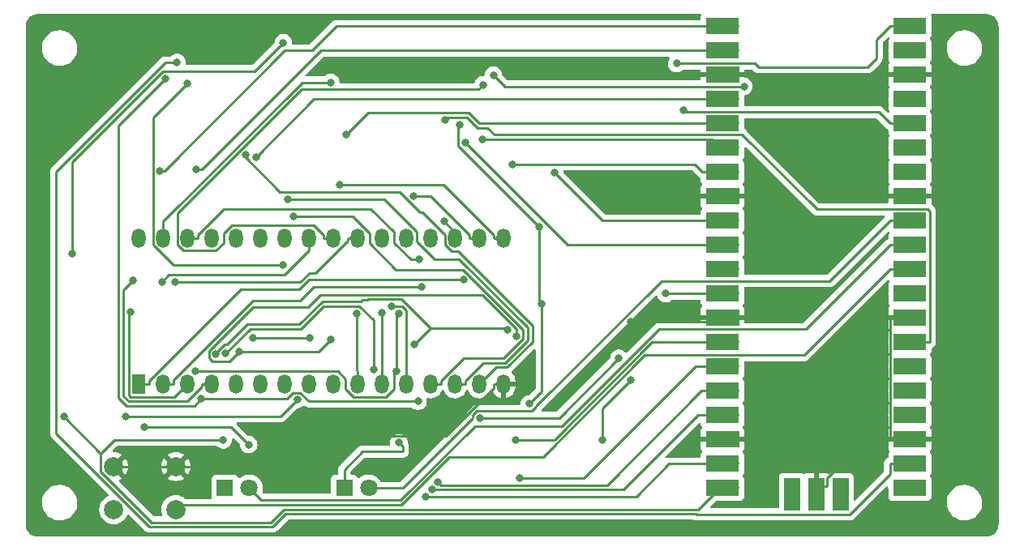
<source format=gbr>
%TF.GenerationSoftware,KiCad,Pcbnew,7.0.10*%
%TF.CreationDate,2024-04-06T15:07:32+02:00*%
%TF.ProjectId,pico-sst39sf0x0-pcb,7069636f-2d73-4737-9433-397366307830,2*%
%TF.SameCoordinates,Original*%
%TF.FileFunction,Copper,L1,Top*%
%TF.FilePolarity,Positive*%
%FSLAX46Y46*%
G04 Gerber Fmt 4.6, Leading zero omitted, Abs format (unit mm)*
G04 Created by KiCad (PCBNEW 7.0.10) date 2024-04-06 15:07:32*
%MOMM*%
%LPD*%
G01*
G04 APERTURE LIST*
%TA.AperFunction,ComponentPad*%
%ADD10O,1.700000X1.700000*%
%TD*%
%TA.AperFunction,SMDPad,CuDef*%
%ADD11R,3.500000X1.700000*%
%TD*%
%TA.AperFunction,ComponentPad*%
%ADD12R,1.700000X1.700000*%
%TD*%
%TA.AperFunction,SMDPad,CuDef*%
%ADD13R,1.700000X3.500000*%
%TD*%
%TA.AperFunction,ComponentPad*%
%ADD14R,1.440000X2.000000*%
%TD*%
%TA.AperFunction,ComponentPad*%
%ADD15O,1.440000X2.000000*%
%TD*%
%TA.AperFunction,ComponentPad*%
%ADD16C,2.000000*%
%TD*%
%TA.AperFunction,ComponentPad*%
%ADD17C,1.800000*%
%TD*%
%TA.AperFunction,ComponentPad*%
%ADD18R,1.800000X1.800000*%
%TD*%
%TA.AperFunction,ViaPad*%
%ADD19C,0.800000*%
%TD*%
%TA.AperFunction,Conductor*%
%ADD20C,0.250000*%
%TD*%
G04 APERTURE END LIST*
D10*
%TO.P,U5,1,GPIO0*%
%TO.N,LD0*%
X99060000Y-22860000D03*
D11*
X98160000Y-22860000D03*
D10*
%TO.P,U5,2,GPIO1*%
%TO.N,LD1*%
X99060000Y-25400000D03*
D11*
X98160000Y-25400000D03*
D12*
%TO.P,U5,3,GND*%
%TO.N,GND*%
X99060000Y-27940000D03*
D11*
X98160000Y-27940000D03*
D10*
%TO.P,U5,4,GPIO2*%
%TO.N,LD2*%
X99060000Y-30480000D03*
D11*
X98160000Y-30480000D03*
D10*
%TO.P,U5,5,GPIO3*%
%TO.N,LD3*%
X99060000Y-33020000D03*
D11*
X98160000Y-33020000D03*
D10*
%TO.P,U5,6,GPIO4*%
%TO.N,LD4*%
X99060000Y-35560000D03*
D11*
X98160000Y-35560000D03*
D10*
%TO.P,U5,7,GPIO5*%
%TO.N,LD5*%
X99060000Y-38100000D03*
D11*
X98160000Y-38100000D03*
D12*
%TO.P,U5,8,GND*%
%TO.N,GND*%
X99060000Y-40640000D03*
D11*
X98160000Y-40640000D03*
D10*
%TO.P,U5,9,GPIO6*%
%TO.N,LD6*%
X99060000Y-43180000D03*
D11*
X98160000Y-43180000D03*
D10*
%TO.P,U5,10,GPIO7*%
%TO.N,LD7*%
X99060000Y-45720000D03*
D11*
X98160000Y-45720000D03*
D10*
%TO.P,U5,11,GPIO8*%
%TO.N,LP0*%
X99060000Y-48260000D03*
D11*
X98160000Y-48260000D03*
D10*
%TO.P,U5,12,GPIO9*%
%TO.N,LP1*%
X99060000Y-50800000D03*
D11*
X98160000Y-50800000D03*
D12*
%TO.P,U5,13,GND*%
%TO.N,GND*%
X99060000Y-53340000D03*
D11*
X98160000Y-53340000D03*
D10*
%TO.P,U5,14,GPIO10*%
%TO.N,LP2*%
X99060000Y-55880000D03*
D11*
X98160000Y-55880000D03*
D10*
%TO.P,U5,15,GPIO11*%
%TO.N,LP3*%
X99060000Y-58420000D03*
D11*
X98160000Y-58420000D03*
D10*
%TO.P,U5,16,GPIO12*%
%TO.N,LP4*%
X99060000Y-60960000D03*
D11*
X98160000Y-60960000D03*
D10*
%TO.P,U5,17,GPIO13*%
%TO.N,LP5*%
X99060000Y-63500000D03*
D11*
X98160000Y-63500000D03*
D12*
%TO.P,U5,18,GND*%
%TO.N,GND*%
X99060000Y-66040000D03*
D11*
X98160000Y-66040000D03*
D10*
%TO.P,U5,19,GPIO14*%
%TO.N,LP6*%
X99060000Y-68580000D03*
D11*
X98160000Y-68580000D03*
D10*
%TO.P,U5,20,GPIO15*%
%TO.N,LP7*%
X99060000Y-71120000D03*
D11*
X98160000Y-71120000D03*
D10*
%TO.P,U5,21,GPIO16*%
%TO.N,~{LROE}*%
X116840000Y-71120000D03*
D11*
X117740000Y-71120000D03*
D10*
%TO.P,U5,22,GPIO17*%
%TO.N,LALS*%
X116840000Y-68580000D03*
D11*
X117740000Y-68580000D03*
D12*
%TO.P,U5,23,GND*%
%TO.N,GND*%
X116840000Y-66040000D03*
D11*
X117740000Y-66040000D03*
D10*
%TO.P,U5,24,GPIO18*%
%TO.N,LAHS*%
X116840000Y-63500000D03*
D11*
X117740000Y-63500000D03*
D10*
%TO.P,U5,25,GPIO19*%
%TO.N,LAUS*%
X116840000Y-60960000D03*
D11*
X117740000Y-60960000D03*
D10*
%TO.P,U5,26,GPIO20*%
%TO.N,~{LPGM}*%
X116840000Y-58420000D03*
D11*
X117740000Y-58420000D03*
D10*
%TO.P,U5,27,GPIO21*%
%TO.N,~{LCE}*%
X116840000Y-55880000D03*
D11*
X117740000Y-55880000D03*
D12*
%TO.P,U5,28,GND*%
%TO.N,GND*%
X116840000Y-53340000D03*
D11*
X117740000Y-53340000D03*
D10*
%TO.P,U5,29,GPIO22*%
%TO.N,~{LOE}*%
X116840000Y-50800000D03*
D11*
X117740000Y-50800000D03*
D10*
%TO.P,U5,30,RUN*%
%TO.N,RUN*%
X116840000Y-48260000D03*
D11*
X117740000Y-48260000D03*
D10*
%TO.P,U5,31,GPIO26_ADC0*%
%TO.N,GPIO26_3v3*%
X116840000Y-45720000D03*
D11*
X117740000Y-45720000D03*
D10*
%TO.P,U5,32,GPIO27_ADC1*%
%TO.N,GPIO27_3v3*%
X116840000Y-43180000D03*
D11*
X117740000Y-43180000D03*
D12*
%TO.P,U5,33,AGND*%
%TO.N,GND*%
X116840000Y-40640000D03*
D11*
X117740000Y-40640000D03*
D10*
%TO.P,U5,34,GPIO28_ADC2*%
%TO.N,unconnected-(U5-GPIO28_ADC2-Pad34)*%
X116840000Y-38100000D03*
D11*
X117740000Y-38100000D03*
D10*
%TO.P,U5,35,ADC_VREF*%
%TO.N,unconnected-(U5-ADC_VREF-Pad35)*%
X116840000Y-35560000D03*
D11*
X117740000Y-35560000D03*
D10*
%TO.P,U5,36,3V3*%
%TO.N,+3V3*%
X116840000Y-33020000D03*
D11*
X117740000Y-33020000D03*
D10*
%TO.P,U5,37,3V3_EN*%
%TO.N,unconnected-(U5-3V3_EN-Pad37)*%
X116840000Y-30480000D03*
D11*
X117740000Y-30480000D03*
D12*
%TO.P,U5,38,GND*%
%TO.N,GND*%
X116840000Y-27940000D03*
D11*
X117740000Y-27940000D03*
D10*
%TO.P,U5,39,VSYS*%
%TO.N,unconnected-(U5-VSYS-Pad39)*%
X116840000Y-25400000D03*
D11*
X117740000Y-25400000D03*
D10*
%TO.P,U5,40,VBUS*%
%TO.N,+5V*%
X116840000Y-22860000D03*
D11*
X117740000Y-22860000D03*
D10*
%TO.P,U5,41,SWCLK*%
%TO.N,unconnected-(U5-SWCLK-Pad41)*%
X105410000Y-70890000D03*
D13*
X105410000Y-71790000D03*
D12*
%TO.P,U5,42,GND*%
%TO.N,GND*%
X107950000Y-70890000D03*
D13*
X107950000Y-71790000D03*
D10*
%TO.P,U5,43,SWDIO*%
%TO.N,unconnected-(U5-SWDIO-Pad43)*%
X110490000Y-70890000D03*
D13*
X110490000Y-71790000D03*
%TD*%
D14*
%TO.P,U2,1,A18*%
%TO.N,A18*%
X37220000Y-60232500D03*
D15*
%TO.P,U2,2,A16*%
%TO.N,A16*%
X39760000Y-60232500D03*
%TO.P,U2,3,A15*%
%TO.N,A15*%
X42300000Y-60232500D03*
%TO.P,U2,4,A12*%
%TO.N,A12*%
X44840000Y-60232500D03*
%TO.P,U2,5,A7*%
%TO.N,A7*%
X47380000Y-60232500D03*
%TO.P,U2,6,A6*%
%TO.N,A6*%
X49920000Y-60232500D03*
%TO.P,U2,7,A5*%
%TO.N,A5*%
X52460000Y-60232500D03*
%TO.P,U2,8,A4*%
%TO.N,A4*%
X55000000Y-60232500D03*
%TO.P,U2,9,A3*%
%TO.N,A3*%
X57540000Y-60232500D03*
%TO.P,U2,10,A2*%
%TO.N,A2*%
X60080000Y-60232500D03*
%TO.P,U2,11,A1*%
%TO.N,A1*%
X62620000Y-60232500D03*
%TO.P,U2,12,A0*%
%TO.N,A0*%
X65160000Y-60232500D03*
%TO.P,U2,13,D0*%
%TO.N,D0*%
X67700000Y-60232500D03*
%TO.P,U2,14,D1*%
%TO.N,D1*%
X70240000Y-60232500D03*
%TO.P,U2,15,D2*%
%TO.N,D2*%
X72780000Y-60232500D03*
%TO.P,U2,16,GND*%
%TO.N,GND*%
X75320000Y-60232500D03*
%TO.P,U2,17,D3*%
%TO.N,D3*%
X75320000Y-44992500D03*
%TO.P,U2,18,D4*%
%TO.N,D4*%
X72780000Y-44992500D03*
%TO.P,U2,19,D5*%
%TO.N,D5*%
X70240000Y-44992500D03*
%TO.P,U2,20,D6*%
%TO.N,D6*%
X67700000Y-44992500D03*
%TO.P,U2,21,D7*%
%TO.N,D7*%
X65160000Y-44992500D03*
%TO.P,U2,22,CE*%
%TO.N,~{CE}*%
X62620000Y-44992500D03*
%TO.P,U2,23,A10*%
%TO.N,A10*%
X60080000Y-44992500D03*
%TO.P,U2,24,OE*%
%TO.N,~{OE}*%
X57540000Y-44992500D03*
%TO.P,U2,25,A11*%
%TO.N,A11*%
X55000000Y-44992500D03*
%TO.P,U2,26,A9*%
%TO.N,A9*%
X52460000Y-44992500D03*
%TO.P,U2,27,A8*%
%TO.N,A8*%
X49920000Y-44992500D03*
%TO.P,U2,28,A13*%
%TO.N,A13*%
X47380000Y-44992500D03*
%TO.P,U2,29,A14*%
%TO.N,A14*%
X44840000Y-44992500D03*
%TO.P,U2,30,A17*%
%TO.N,A17*%
X42300000Y-44992500D03*
%TO.P,U2,31,PGM*%
%TO.N,~{PGM}*%
X39760000Y-44992500D03*
%TO.P,U2,32,VCC*%
%TO.N,Net-(D1-K)*%
X37220000Y-44992500D03*
%TD*%
D16*
%TO.P,SW1,1,1*%
%TO.N,RUN*%
X41096000Y-73370000D03*
X34596000Y-73370000D03*
%TO.P,SW1,2,2*%
%TO.N,GND*%
X41096000Y-68870000D03*
X34596000Y-68870000D03*
%TD*%
D17*
%TO.P,D2,2,A*%
%TO.N,GPIO26_3v3*%
X48763000Y-71120000D03*
D18*
%TO.P,D2,1,K*%
%TO.N,Net-(D2-K)*%
X46223000Y-71120000D03*
%TD*%
%TO.P,D3,1,K*%
%TO.N,Net-(D3-K)*%
X58674000Y-71120000D03*
D17*
%TO.P,D3,2,A*%
%TO.N,GPIO27_3v3*%
X61214000Y-71120000D03*
%TD*%
D19*
%TO.N,+3V3*%
X94126300Y-31602500D03*
%TO.N,P0*%
X64415900Y-52867400D03*
X64131600Y-58882600D03*
X85636900Y-66128100D03*
X88584900Y-59869000D03*
X43158900Y-58901200D03*
%TO.N,LP1*%
X92256200Y-50800000D03*
%TO.N,P1*%
X45274600Y-57141000D03*
X75733400Y-54603200D03*
X65981500Y-56129800D03*
%TO.N,LP2*%
X76593000Y-66055300D03*
%TO.N,P2*%
X46275000Y-57075100D03*
X61740600Y-58770700D03*
%TO.N,LP3*%
X77011700Y-70083800D03*
%TO.N,~{ROE}*%
X66388300Y-62049200D03*
X43739100Y-61784700D03*
X87351500Y-57534700D03*
X72848800Y-63779100D03*
X39978000Y-28377900D03*
%TO.N,LALS*%
X41221500Y-26645700D03*
%TO.N,ALS*%
X42275300Y-28828300D03*
X52241100Y-47843300D03*
%TO.N,LP4*%
X68485900Y-70524300D03*
%TO.N,LP5*%
X67830400Y-71283600D03*
X37792600Y-64727900D03*
X48699700Y-66583400D03*
%TO.N,P5*%
X57296800Y-55573500D03*
X76646500Y-55221700D03*
X47725700Y-56864700D03*
%TO.N,LP6*%
X67160300Y-72028200D03*
%TO.N,P6*%
X35885000Y-63604500D03*
X53784100Y-61872600D03*
%TO.N,LP7*%
X29395000Y-63661600D03*
X46053000Y-66084400D03*
%TO.N,P7*%
X49166600Y-55396200D03*
X55099700Y-55396200D03*
%TO.N,AHS*%
X30228000Y-46660100D03*
X52311300Y-24582400D03*
%TO.N,~{PGM}*%
X57261500Y-28731900D03*
%TO.N,LD0*%
X39421200Y-37946000D03*
%TO.N,D0*%
X53402700Y-42691000D03*
%TO.N,LD1*%
X43206000Y-37845600D03*
%TO.N,D1*%
X52801000Y-40944400D03*
%TO.N,LD2*%
X49443700Y-36551800D03*
%TO.N,D2*%
X48365400Y-36322000D03*
%TO.N,LD3*%
X58839800Y-34203900D03*
%TO.N,D3*%
X58240800Y-39444800D03*
%TO.N,~{LCE}*%
X69177100Y-32678300D03*
%TO.N,~{LOE}*%
X74250100Y-27970000D03*
X100416300Y-29158700D03*
%TO.N,~{OE}*%
X73164700Y-28977000D03*
%TO.N,LD4*%
X73073300Y-34705100D03*
%TO.N,D4*%
X65899600Y-40620500D03*
%TO.N,LD5*%
X76240000Y-37273500D03*
%TO.N,D5*%
X69095500Y-43276100D03*
%TO.N,LD6*%
X80643500Y-38174800D03*
%TO.N,LD7*%
X71314800Y-35029600D03*
%TO.N,GND*%
X88568200Y-53777500D03*
X55753000Y-70739000D03*
X59436000Y-65024000D03*
%TO.N,A2*%
X59965600Y-52862100D03*
%TO.N,A1*%
X62612400Y-52844000D03*
%TO.N,A0*%
X63601000Y-52094300D03*
%TO.N,A18*%
X71132900Y-49357200D03*
%TO.N,A16*%
X66746500Y-50106200D03*
%TO.N,A15*%
X36365700Y-52684800D03*
%TO.N,A12*%
X36636300Y-49447500D03*
%TO.N,A10*%
X40975700Y-49618300D03*
%TO.N,A11*%
X39627000Y-49562300D03*
%TO.N,A17*%
X66506600Y-47241700D03*
%TO.N,Net-(D3-K)*%
X64389000Y-66384000D03*
%TO.N,+5V*%
X79052600Y-43818800D03*
X70706900Y-33128600D03*
X79302300Y-51844700D03*
X78005300Y-62323900D03*
X93387100Y-26764600D03*
%TD*%
D20*
%TO.N,+3V3*%
X116840000Y-33020000D02*
X115664700Y-33020000D01*
X94368500Y-31844700D02*
X94126300Y-31602500D01*
X114489400Y-31844700D02*
X94368500Y-31844700D01*
X115664700Y-33020000D02*
X114489400Y-31844700D01*
%TO.N,P0*%
X59652900Y-61598800D02*
X58810000Y-60755900D01*
X63022400Y-61598800D02*
X59652900Y-61598800D01*
X63890000Y-59124200D02*
X63890000Y-60731200D01*
X58810000Y-59715900D02*
X57995300Y-58901200D01*
X85636900Y-62817000D02*
X85636900Y-66128100D01*
X58810000Y-60755900D02*
X58810000Y-59715900D01*
X64131600Y-58882600D02*
X64131600Y-53151700D01*
X64131600Y-53151700D02*
X64415900Y-52867400D01*
X63890000Y-60731200D02*
X63022400Y-61598800D01*
X88584900Y-59869000D02*
X85636900Y-62817000D01*
X57995300Y-58901200D02*
X43158900Y-58901200D01*
X64131600Y-58882600D02*
X63890000Y-59124200D01*
%TO.N,LP1*%
X99060000Y-50800000D02*
X92256200Y-50800000D01*
%TO.N,P1*%
X67683400Y-54427900D02*
X65981500Y-56129800D01*
X45274600Y-57141000D02*
X45274600Y-57043700D01*
X46472600Y-56136300D02*
X48586700Y-54022200D01*
X53964100Y-54022200D02*
X56392100Y-51594200D01*
X61071400Y-51457000D02*
X61159400Y-51369000D01*
X64624400Y-51369000D02*
X67683400Y-54427900D01*
X56392100Y-51594200D02*
X60446800Y-51594200D01*
X60446800Y-51594200D02*
X60584000Y-51457000D01*
X67683400Y-54427900D02*
X67683400Y-54428000D01*
X46182000Y-56136300D02*
X46472600Y-56136300D01*
X61159400Y-51369000D02*
X64624400Y-51369000D01*
X67683400Y-54428000D02*
X75558200Y-54428000D01*
X75558200Y-54428000D02*
X75733400Y-54603200D01*
X48586700Y-54022200D02*
X53964100Y-54022200D01*
X45274600Y-57043700D02*
X46182000Y-56136300D01*
X60584000Y-51457000D02*
X61071400Y-51457000D01*
%TO.N,LP2*%
X80633000Y-66055300D02*
X90808300Y-55880000D01*
X76593000Y-66055300D02*
X80633000Y-66055300D01*
X90808300Y-55880000D02*
X99060000Y-55880000D01*
%TO.N,P2*%
X61740600Y-53597900D02*
X61740600Y-58770700D01*
X46275000Y-57075100D02*
X48877600Y-54472500D01*
X54150800Y-54472500D02*
X56495800Y-52127500D01*
X60270200Y-52127500D02*
X61740600Y-53597900D01*
X56495800Y-52127500D02*
X60270200Y-52127500D01*
X48877600Y-54472500D02*
X54150800Y-54472500D01*
%TO.N,LP3*%
X99060000Y-58420000D02*
X97884700Y-58420000D01*
X95338900Y-58420000D02*
X83675100Y-70083800D01*
X97884700Y-58420000D02*
X95338900Y-58420000D01*
X83675100Y-70083800D02*
X77011700Y-70083800D01*
%TO.N,~{ROE}*%
X43739100Y-61784700D02*
X43006800Y-62517000D01*
X35913000Y-62517000D02*
X35131600Y-61735600D01*
X66388300Y-62049200D02*
X54986500Y-62049200D01*
X81107100Y-63779100D02*
X72848800Y-63779100D01*
X35131600Y-33224300D02*
X39978000Y-28377900D01*
X52666200Y-61784700D02*
X43739100Y-61784700D01*
X87351500Y-57534700D02*
X81107100Y-63779100D01*
X53303600Y-61147300D02*
X52666200Y-61784700D01*
X43006800Y-62517000D02*
X35913000Y-62517000D01*
X54986500Y-62049200D02*
X54084600Y-61147300D01*
X35131600Y-61735600D02*
X35131600Y-33224300D01*
X54084600Y-61147300D02*
X53303600Y-61147300D01*
%TO.N,LALS*%
X52529300Y-73801600D02*
X51184200Y-75146700D01*
X115664700Y-69681800D02*
X111481100Y-73865400D01*
X39979200Y-26645700D02*
X41221500Y-26645700D01*
X95389800Y-73801600D02*
X52529300Y-73801600D01*
X95453600Y-73865400D02*
X95389800Y-73801600D01*
X51184200Y-75146700D02*
X38346700Y-75146700D01*
X111481100Y-73865400D02*
X95453600Y-73865400D01*
X116840000Y-68580000D02*
X115664700Y-68580000D01*
X28594000Y-65394000D02*
X28594000Y-38030900D01*
X115664700Y-68580000D02*
X115664700Y-69681800D01*
X38346700Y-75146700D02*
X28594000Y-65394000D01*
X28594000Y-38030900D02*
X39979200Y-26645700D01*
%TO.N,ALS*%
X42275300Y-28828300D02*
X38690500Y-32413100D01*
X38690500Y-45694500D02*
X40839300Y-47843300D01*
X38690500Y-32413100D02*
X38690500Y-45694500D01*
X40839300Y-47843300D02*
X52241100Y-47843300D01*
%TO.N,LP4*%
X68770700Y-70809100D02*
X86156100Y-70809100D01*
X96005200Y-60960000D02*
X99060000Y-60960000D01*
X68485900Y-70524300D02*
X68770700Y-70809100D01*
X86156100Y-70809100D02*
X96005200Y-60960000D01*
%TO.N,LP5*%
X95616400Y-63500000D02*
X87832800Y-71283600D01*
X87832800Y-71283600D02*
X67830400Y-71283600D01*
X37792600Y-64727900D02*
X46844200Y-64727900D01*
X46844200Y-64727900D02*
X48699700Y-66583400D01*
X99060000Y-63500000D02*
X95616400Y-63500000D01*
%TO.N,P5*%
X56005600Y-56864700D02*
X57296800Y-55573500D01*
X54901800Y-52226500D02*
X56209600Y-50918700D01*
X47725700Y-56864700D02*
X56005600Y-56864700D01*
X46724100Y-57866300D02*
X44901000Y-57866300D01*
X44901000Y-57866300D02*
X44548100Y-57513400D01*
X44548100Y-57513400D02*
X44548100Y-56787000D01*
X44548100Y-56787000D02*
X49108600Y-52226500D01*
X73078800Y-50918700D02*
X76646500Y-54486400D01*
X76646500Y-54486400D02*
X76646500Y-55221700D01*
X49108600Y-52226500D02*
X54901800Y-52226500D01*
X56209600Y-50918700D02*
X73078800Y-50918700D01*
X47725700Y-56864700D02*
X46724100Y-57866300D01*
%TO.N,LP6*%
X89162100Y-72028200D02*
X92610300Y-68580000D01*
X92610300Y-68580000D02*
X99060000Y-68580000D01*
X67160300Y-72028200D02*
X89162100Y-72028200D01*
%TO.N,P6*%
X52052200Y-63604500D02*
X53784100Y-61872600D01*
X35885000Y-63604500D02*
X52052200Y-63604500D01*
%TO.N,LP7*%
X99060000Y-71120000D02*
X97884700Y-71120000D01*
X38533200Y-74696300D02*
X50997700Y-74696300D01*
X46053000Y-66084400D02*
X34681400Y-66084400D01*
X34681400Y-66084400D02*
X33268100Y-67497700D01*
X29432000Y-63661600D02*
X29395000Y-63661600D01*
X33268100Y-67497700D02*
X29432000Y-63661600D01*
X52342700Y-73351300D02*
X95653400Y-73351300D01*
X33268100Y-69431200D02*
X38533200Y-74696300D01*
X50997700Y-74696300D02*
X52342700Y-73351300D01*
X33268100Y-67497700D02*
X33268100Y-69431200D01*
X95653400Y-73351300D02*
X97884700Y-71120000D01*
%TO.N,P7*%
X49166600Y-55396200D02*
X55099700Y-55396200D01*
%TO.N,AHS*%
X49342400Y-27551300D02*
X52311300Y-24582400D01*
X30228000Y-37098700D02*
X39775400Y-27551300D01*
X30228000Y-46660100D02*
X30228000Y-37098700D01*
X39775400Y-27551300D02*
X49342400Y-27551300D01*
%TO.N,~{PGM}*%
X54288600Y-28731900D02*
X39760000Y-43260500D01*
X39760000Y-43260500D02*
X39760000Y-43667200D01*
X57261500Y-28731900D02*
X54288600Y-28731900D01*
X39760000Y-44992500D02*
X39760000Y-43667200D01*
%TO.N,LD0*%
X39888600Y-37946000D02*
X39421200Y-37946000D01*
X57873300Y-22860000D02*
X55333300Y-25400000D01*
X99060000Y-22860000D02*
X57873300Y-22860000D01*
X55333300Y-25400000D02*
X52434600Y-25400000D01*
X52434600Y-25400000D02*
X39888600Y-37946000D01*
%TO.N,D0*%
X71137300Y-57546500D02*
X68745300Y-59938500D01*
X53402700Y-42691000D02*
X59546300Y-42691000D01*
X68745300Y-59938500D02*
X68745300Y-60232500D01*
X75347500Y-57546500D02*
X71137300Y-57546500D01*
X77371800Y-54559800D02*
X77371800Y-55522200D01*
X77371800Y-55522200D02*
X75347500Y-57546500D01*
X61350000Y-44494700D02*
X61350000Y-45564600D01*
X64063600Y-48278200D02*
X71090200Y-48278200D01*
X61350000Y-45564600D02*
X64063600Y-48278200D01*
X67700000Y-60232500D02*
X68745300Y-60232500D01*
X59546300Y-42691000D02*
X61350000Y-44494700D01*
X71090200Y-48278200D02*
X77371800Y-54559800D01*
%TO.N,LD1*%
X56288400Y-25400000D02*
X99060000Y-25400000D01*
X43842800Y-37845600D02*
X56288400Y-25400000D01*
X43206000Y-37845600D02*
X43842800Y-37845600D01*
%TO.N,D1*%
X71285300Y-59938200D02*
X71285300Y-60232500D01*
X52801000Y-40944400D02*
X62887200Y-40944400D01*
X73190900Y-58032600D02*
X71285300Y-59938200D01*
X70671800Y-47218400D02*
X77822100Y-54368700D01*
X66270700Y-44327900D02*
X66270700Y-45385500D01*
X68103600Y-47218400D02*
X70671800Y-47218400D01*
X70240000Y-60232500D02*
X71285300Y-60232500D01*
X66270700Y-45385500D02*
X68103600Y-47218400D01*
X77822100Y-54368700D02*
X77822100Y-55708800D01*
X77822100Y-55708800D02*
X75498300Y-58032600D01*
X75498300Y-58032600D02*
X73190900Y-58032600D01*
X62887200Y-40944400D02*
X66270700Y-44327900D01*
%TO.N,LD2*%
X55515500Y-30480000D02*
X99060000Y-30480000D01*
X49443700Y-36551800D02*
X55515500Y-30480000D01*
%TO.N,D2*%
X78325600Y-54179100D02*
X78325600Y-55842200D01*
X48365400Y-36322000D02*
X48365400Y-36580200D01*
X78325600Y-55842200D02*
X75684800Y-58483000D01*
X64447700Y-40194500D02*
X66600300Y-42347100D01*
X51979700Y-40194500D02*
X64447700Y-40194500D01*
X48365400Y-36580200D02*
X51979700Y-40194500D01*
X69872800Y-46383600D02*
X70530100Y-46383600D01*
X69194700Y-45705500D02*
X69872800Y-46383600D01*
X66600300Y-42347100D02*
X66832200Y-42347100D01*
X74529500Y-58483000D02*
X72780000Y-60232500D01*
X70530100Y-46383600D02*
X78325600Y-54179100D01*
X66832200Y-42347100D02*
X69194700Y-44709600D01*
X75684800Y-58483000D02*
X74529500Y-58483000D01*
X69194700Y-44709600D02*
X69194700Y-45705500D01*
%TO.N,LD3*%
X99060000Y-33020000D02*
X97884700Y-33020000D01*
X71679400Y-31914400D02*
X72785000Y-33020000D01*
X61129300Y-31914400D02*
X71679400Y-31914400D01*
X58839800Y-34203900D02*
X61129300Y-31914400D01*
X72785000Y-33020000D02*
X97884700Y-33020000D01*
%TO.N,D3*%
X74274700Y-44698500D02*
X74274700Y-44992500D01*
X75320000Y-44992500D02*
X74274700Y-44992500D01*
X58240800Y-39444800D02*
X69021000Y-39444800D01*
X69021000Y-39444800D02*
X74274700Y-44698500D01*
%TO.N,~{LCE}*%
X119815300Y-42195200D02*
X119815300Y-55880000D01*
X119624800Y-42004700D02*
X119815300Y-42195200D01*
X100235400Y-34195400D02*
X108044700Y-42004700D01*
X108044700Y-42004700D02*
X119624800Y-42004700D01*
X116840000Y-55880000D02*
X119815300Y-55880000D01*
X71531300Y-32403200D02*
X72598500Y-33470400D01*
X74340800Y-34195400D02*
X100235400Y-34195400D01*
X69177100Y-32678300D02*
X69452200Y-32403200D01*
X72598500Y-33470400D02*
X73615800Y-33470400D01*
X69452200Y-32403200D02*
X71531300Y-32403200D01*
X73615800Y-33470400D02*
X74340800Y-34195400D01*
%TO.N,~{LOE}*%
X75438800Y-29158700D02*
X100416300Y-29158700D01*
X74250100Y-27970000D02*
X75438800Y-29158700D01*
%TO.N,~{OE}*%
X46110000Y-44468100D02*
X46911200Y-43666900D01*
X72672100Y-29469600D02*
X72672100Y-29469700D01*
X41242400Y-42415000D02*
X41242400Y-45727200D01*
X73164700Y-28977000D02*
X72672100Y-29469600D01*
X56494700Y-44698500D02*
X56494700Y-44992500D01*
X54187700Y-29469700D02*
X41242400Y-42415000D01*
X46110000Y-45498000D02*
X46110000Y-44468100D01*
X55463100Y-43666900D02*
X56494700Y-44698500D01*
X46911200Y-43666900D02*
X55463100Y-43666900D01*
X57540000Y-44992500D02*
X56494700Y-44992500D01*
X41242400Y-45727200D02*
X41833100Y-46317900D01*
X45290100Y-46317900D02*
X46110000Y-45498000D01*
X72672100Y-29469700D02*
X54187700Y-29469700D01*
X41833100Y-46317900D02*
X45290100Y-46317900D01*
%TO.N,LD4*%
X97029800Y-34705100D02*
X97884700Y-35560000D01*
X99060000Y-35560000D02*
X97884700Y-35560000D01*
X73073300Y-34705100D02*
X97029800Y-34705100D01*
%TO.N,D4*%
X65899600Y-40620500D02*
X67656700Y-40620500D01*
X72780000Y-44992500D02*
X71734700Y-44992500D01*
X67656700Y-40620500D02*
X71734700Y-44698500D01*
X71734700Y-44698500D02*
X71734700Y-44992500D01*
%TO.N,LD5*%
X99060000Y-38100000D02*
X96084700Y-38100000D01*
X95258200Y-37273500D02*
X76240000Y-37273500D01*
X96084700Y-38100000D02*
X95258200Y-37273500D01*
%TO.N,D5*%
X70240000Y-44420600D02*
X70240000Y-44992500D01*
X69095500Y-43276100D02*
X70240000Y-44420600D01*
%TO.N,LD6*%
X85648700Y-43180000D02*
X80643500Y-38174800D01*
X99060000Y-43180000D02*
X85648700Y-43180000D01*
%TO.N,LD7*%
X99060000Y-45720000D02*
X82005200Y-45720000D01*
X82005200Y-45720000D02*
X71314800Y-35029600D01*
%TO.N,RUN*%
X79434100Y-67891200D02*
X90080700Y-57244600D01*
X64658100Y-72901000D02*
X69667900Y-67891200D01*
X41096000Y-73370000D02*
X41565000Y-72901000D01*
X90080700Y-57244600D02*
X106680100Y-57244600D01*
X116840000Y-48260000D02*
X115664700Y-48260000D01*
X69667900Y-67891200D02*
X79434100Y-67891200D01*
X41565000Y-72901000D02*
X64658100Y-72901000D01*
X106680100Y-57244600D02*
X115664700Y-48260000D01*
%TO.N,GND*%
X113167300Y-66040000D02*
X115664700Y-66040000D01*
X74274700Y-60232500D02*
X74274700Y-60690600D01*
X60071000Y-65659000D02*
X60325000Y-65659000D01*
X107950000Y-70890000D02*
X109125300Y-70890000D01*
X109125300Y-70082000D02*
X113167300Y-66040000D01*
X75320000Y-60232500D02*
X74274700Y-60232500D01*
X109125300Y-70890000D02*
X109125300Y-70082000D01*
X52976700Y-67310000D02*
X51416700Y-68870000D01*
X54102000Y-67310000D02*
X54102000Y-69374000D01*
X69451150Y-65514150D02*
X69306300Y-65659000D01*
X51416700Y-68870000D02*
X41096000Y-68870000D01*
X97884700Y-53340000D02*
X97447200Y-53777500D01*
X69306300Y-65659000D02*
X60325000Y-65659000D01*
X115664700Y-66040000D02*
X115664700Y-53340000D01*
X41096000Y-68870000D02*
X34596000Y-68870000D01*
X116840000Y-66040000D02*
X115664700Y-66040000D01*
X97447200Y-53777500D02*
X88568200Y-53777500D01*
X53539400Y-67310000D02*
X54102000Y-67310000D01*
X99060000Y-53340000D02*
X97884700Y-53340000D01*
X54388000Y-69374000D02*
X55753000Y-70739000D01*
X60325000Y-65659000D02*
X55753000Y-65659000D01*
X59436000Y-65024000D02*
X60071000Y-65659000D01*
X116840000Y-53340000D02*
X115664700Y-53340000D01*
X53539400Y-67310000D02*
X52976700Y-67310000D01*
X55753000Y-65659000D02*
X54102000Y-67310000D01*
X74274700Y-60690600D02*
X69451150Y-65514150D01*
X54102000Y-69374000D02*
X54388000Y-69374000D01*
%TO.N,A2*%
X60080000Y-60232500D02*
X60080000Y-58907200D01*
X59965600Y-58792800D02*
X60080000Y-58907200D01*
X59965600Y-52862100D02*
X59965600Y-58792800D01*
%TO.N,A1*%
X62612400Y-52844000D02*
X62612400Y-58899600D01*
X62620000Y-60232500D02*
X62620000Y-58907200D01*
X62612400Y-58899600D02*
X62620000Y-58907200D01*
%TO.N,A0*%
X63601000Y-52094300D02*
X64712800Y-52094300D01*
X65160000Y-52541500D02*
X65160000Y-60232500D01*
X64712800Y-52094300D02*
X65160000Y-52541500D01*
%TO.N,A18*%
X54964000Y-49357200D02*
X71132900Y-49357200D01*
X53977500Y-50343700D02*
X54964000Y-49357200D01*
X38265300Y-60232500D02*
X38265300Y-59938500D01*
X37220000Y-60232500D02*
X38265300Y-60232500D01*
X38265300Y-59938500D02*
X47860100Y-50343700D01*
X47860100Y-50343700D02*
X53977500Y-50343700D01*
%TO.N,A16*%
X39760000Y-60232500D02*
X40805300Y-60232500D01*
X40805300Y-59840500D02*
X49137600Y-51508200D01*
X40805300Y-60232500D02*
X40805300Y-59840500D01*
X54086900Y-51508200D02*
X55488900Y-50106200D01*
X49137600Y-51508200D02*
X54086900Y-51508200D01*
X55488900Y-50106200D02*
X66746500Y-50106200D01*
%TO.N,A15*%
X36174600Y-61437800D02*
X36174600Y-52875900D01*
X36335800Y-61599000D02*
X36174600Y-61437800D01*
X42300000Y-60232500D02*
X40933500Y-61599000D01*
X36174600Y-52875900D02*
X36365700Y-52684800D01*
X40933500Y-61599000D02*
X36335800Y-61599000D01*
%TO.N,A12*%
X44840000Y-60232500D02*
X43794700Y-60232500D01*
X43794700Y-60232500D02*
X43794700Y-60526500D01*
X43794700Y-60526500D02*
X42271800Y-62049400D01*
X42271800Y-62049400D02*
X36149300Y-62049400D01*
X36149300Y-62049400D02*
X35633800Y-61533900D01*
X35633800Y-50450000D02*
X36636300Y-49447500D01*
X35633800Y-61533900D02*
X35633800Y-50450000D01*
%TO.N,A10*%
X59034700Y-45286500D02*
X55703100Y-48618100D01*
X55703100Y-48618100D02*
X55066200Y-48618100D01*
X59034700Y-44992500D02*
X59034700Y-45286500D01*
X55066200Y-48618100D02*
X54066000Y-49618300D01*
X54066000Y-49618300D02*
X40975700Y-49618300D01*
X60080000Y-44992500D02*
X59034700Y-44992500D01*
%TO.N,A11*%
X55000000Y-44992500D02*
X55000000Y-46317800D01*
X52457200Y-48860600D02*
X55000000Y-46317800D01*
X39627000Y-49562300D02*
X40328700Y-48860600D01*
X40328700Y-48860600D02*
X52457200Y-48860600D01*
%TO.N,A17*%
X63890000Y-44379200D02*
X61444700Y-41933900D01*
X66506600Y-47241700D02*
X65639000Y-47241700D01*
X63890000Y-45492700D02*
X63890000Y-44379200D01*
X42300000Y-44992500D02*
X43345300Y-44992500D01*
X43345300Y-44698500D02*
X43345300Y-44992500D01*
X46109900Y-41933900D02*
X43345300Y-44698500D01*
X65639000Y-47241700D02*
X63890000Y-45492700D01*
X61444700Y-41933900D02*
X46109900Y-41933900D01*
%TO.N,GPIO26_3v3*%
X116840000Y-45720000D02*
X115664700Y-45720000D01*
X49988400Y-72345400D02*
X48763000Y-71120000D01*
X106869300Y-54515400D02*
X91536000Y-54515400D01*
X72301800Y-64620400D02*
X64576800Y-72345400D01*
X64576800Y-72345400D02*
X49988400Y-72345400D01*
X91536000Y-54515400D02*
X81431000Y-64620400D01*
X115664700Y-45720000D02*
X106869300Y-54515400D01*
X81431000Y-64620400D02*
X72301800Y-64620400D01*
%TO.N,GPIO27_3v3*%
X109376500Y-49468200D02*
X91842100Y-49468200D01*
X78301300Y-63053800D02*
X72548400Y-63053800D01*
X91842100Y-49468200D02*
X78730600Y-62579700D01*
X78730600Y-62579700D02*
X78730600Y-62624500D01*
X115664700Y-43180000D02*
X109376500Y-49468200D01*
X116840000Y-43180000D02*
X115664700Y-43180000D01*
X72548400Y-63053800D02*
X72123500Y-63478700D01*
X78730600Y-62624500D02*
X78301300Y-63053800D01*
X72123500Y-63478700D02*
X72123500Y-63773000D01*
X64776500Y-71120000D02*
X61214000Y-71120000D01*
X72123500Y-63773000D02*
X64776500Y-71120000D01*
%TO.N,Net-(D3-K)*%
X58674000Y-69215000D02*
X60579000Y-67310000D01*
X60579000Y-67310000D02*
X64802000Y-67310000D01*
X58674000Y-71120000D02*
X58674000Y-69215000D01*
X64802000Y-67310000D02*
X64802000Y-66797000D01*
X64802000Y-66797000D02*
X64389000Y-66384000D01*
%TO.N,+5V*%
X79052600Y-51595000D02*
X79302300Y-51844700D01*
X101556800Y-26764600D02*
X93387100Y-26764600D01*
X101937201Y-27145001D02*
X101556800Y-26764600D01*
X78005300Y-62323900D02*
X79302300Y-61026900D01*
X70573400Y-33262100D02*
X70706900Y-33128600D01*
X116840000Y-22860000D02*
X115664700Y-22860000D01*
X114259699Y-24265001D02*
X114259699Y-26202301D01*
X70573400Y-35339600D02*
X70573400Y-33262100D01*
X115664700Y-22860000D02*
X114259699Y-24265001D01*
X114259699Y-26202301D02*
X113316999Y-27145001D01*
X79302300Y-61026900D02*
X79302300Y-51844700D01*
X79052600Y-43818800D02*
X79052600Y-51595000D01*
X113316999Y-27145001D02*
X101937201Y-27145001D01*
X79052600Y-43818800D02*
X70573400Y-35339600D01*
%TD*%
%TA.AperFunction,Conductor*%
%TO.N,GND*%
G36*
X95910394Y-21610502D02*
G01*
X95956887Y-21664158D01*
X95966991Y-21734432D01*
X95960328Y-21760533D01*
X95908011Y-21900795D01*
X95908009Y-21900803D01*
X95901500Y-21961350D01*
X95901500Y-22100500D01*
X95881498Y-22168621D01*
X95827842Y-22215114D01*
X95775500Y-22226500D01*
X57957149Y-22226500D01*
X57941310Y-22224751D01*
X57941283Y-22225045D01*
X57933391Y-22224299D01*
X57865333Y-22226438D01*
X57861375Y-22226500D01*
X57833444Y-22226500D01*
X57831257Y-22226776D01*
X57829411Y-22227009D01*
X57817604Y-22227937D01*
X57773410Y-22229326D01*
X57773405Y-22229327D01*
X57753960Y-22234977D01*
X57734602Y-22238986D01*
X57714507Y-22241524D01*
X57714505Y-22241525D01*
X57673383Y-22257805D01*
X57662159Y-22261647D01*
X57619710Y-22273980D01*
X57619704Y-22273982D01*
X57602266Y-22284295D01*
X57584520Y-22292989D01*
X57565681Y-22300448D01*
X57529914Y-22326434D01*
X57519998Y-22332948D01*
X57481936Y-22355458D01*
X57467607Y-22369787D01*
X57452581Y-22382620D01*
X57436195Y-22394525D01*
X57408011Y-22428593D01*
X57400023Y-22437370D01*
X55107800Y-24729595D01*
X55045488Y-24763620D01*
X55018705Y-24766500D01*
X53345392Y-24766500D01*
X53277271Y-24746498D01*
X53230778Y-24692842D01*
X53220082Y-24627331D01*
X53223130Y-24598325D01*
X53224804Y-24582400D01*
X53204842Y-24392472D01*
X53145827Y-24210844D01*
X53050340Y-24045456D01*
X53050338Y-24045454D01*
X53050334Y-24045448D01*
X52922555Y-23903535D01*
X52768052Y-23791282D01*
X52593588Y-23713606D01*
X52406787Y-23673900D01*
X52215813Y-23673900D01*
X52029011Y-23713606D01*
X51854547Y-23791282D01*
X51700044Y-23903535D01*
X51572265Y-24045448D01*
X51572258Y-24045458D01*
X51476776Y-24210838D01*
X51476773Y-24210844D01*
X51465693Y-24244944D01*
X51417757Y-24392472D01*
X51400392Y-24557692D01*
X51373379Y-24623349D01*
X51364177Y-24633616D01*
X49116900Y-26880895D01*
X49054588Y-26914920D01*
X49027805Y-26917800D01*
X42246343Y-26917800D01*
X42178222Y-26897798D01*
X42131729Y-26844142D01*
X42121033Y-26778630D01*
X42124577Y-26744902D01*
X42135004Y-26645700D01*
X42115042Y-26455772D01*
X42056027Y-26274144D01*
X41960540Y-26108756D01*
X41960538Y-26108754D01*
X41960534Y-26108748D01*
X41832755Y-25966835D01*
X41678252Y-25854582D01*
X41503788Y-25776906D01*
X41316987Y-25737200D01*
X41126013Y-25737200D01*
X40939211Y-25776906D01*
X40764747Y-25854582D01*
X40610247Y-25966833D01*
X40606937Y-25970510D01*
X40546491Y-26007750D01*
X40513300Y-26012200D01*
X40063053Y-26012200D01*
X40047211Y-26010450D01*
X40047184Y-26010744D01*
X40039292Y-26009998D01*
X40039291Y-26009998D01*
X40015560Y-26010744D01*
X39971214Y-26012138D01*
X39967255Y-26012200D01*
X39939344Y-26012200D01*
X39939341Y-26012200D01*
X39939326Y-26012201D01*
X39935321Y-26012707D01*
X39923504Y-26013637D01*
X39879312Y-26015026D01*
X39879310Y-26015027D01*
X39859855Y-26020678D01*
X39840502Y-26024686D01*
X39820410Y-26027224D01*
X39820403Y-26027226D01*
X39779296Y-26043501D01*
X39768071Y-26047344D01*
X39741553Y-26055049D01*
X39725607Y-26059682D01*
X39725605Y-26059682D01*
X39725602Y-26059684D01*
X39708163Y-26069997D01*
X39690418Y-26078690D01*
X39671579Y-26086149D01*
X39635827Y-26112126D01*
X39625904Y-26118644D01*
X39587840Y-26141154D01*
X39573507Y-26155487D01*
X39558481Y-26168320D01*
X39542095Y-26180225D01*
X39513911Y-26214293D01*
X39505923Y-26223070D01*
X28205336Y-37523657D01*
X28192901Y-37533621D01*
X28193089Y-37533848D01*
X28186979Y-37538902D01*
X28140370Y-37588535D01*
X28137620Y-37591373D01*
X28117863Y-37611131D01*
X28115374Y-37614339D01*
X28107688Y-37623336D01*
X28077418Y-37655573D01*
X28077411Y-37655583D01*
X28067651Y-37673335D01*
X28056803Y-37689850D01*
X28044386Y-37705858D01*
X28026824Y-37746440D01*
X28021604Y-37757095D01*
X28000305Y-37795839D01*
X28000303Y-37795844D01*
X27995267Y-37815459D01*
X27988864Y-37834162D01*
X27980819Y-37852752D01*
X27973901Y-37896425D01*
X27971495Y-37908042D01*
X27960500Y-37950868D01*
X27960500Y-37971123D01*
X27958949Y-37990833D01*
X27955780Y-38010843D01*
X27958403Y-38038595D01*
X27959941Y-38054861D01*
X27960500Y-38066719D01*
X27960500Y-65310146D01*
X27958751Y-65325988D01*
X27959044Y-65326016D01*
X27958298Y-65333907D01*
X27960438Y-65401984D01*
X27960500Y-65405943D01*
X27960500Y-65433851D01*
X27960501Y-65433869D01*
X27961007Y-65437877D01*
X27961937Y-65449696D01*
X27963326Y-65493888D01*
X27963327Y-65493893D01*
X27968977Y-65513339D01*
X27972986Y-65532697D01*
X27975525Y-65552793D01*
X27975526Y-65552800D01*
X27991800Y-65593903D01*
X27995644Y-65605129D01*
X28007982Y-65647593D01*
X28018294Y-65665031D01*
X28026988Y-65682779D01*
X28034444Y-65701609D01*
X28034450Y-65701620D01*
X28060432Y-65737381D01*
X28066949Y-65747301D01*
X28089458Y-65785362D01*
X28089459Y-65785363D01*
X28089461Y-65785366D01*
X28103779Y-65799684D01*
X28116617Y-65814714D01*
X28128526Y-65831104D01*
X28128530Y-65831109D01*
X28162598Y-65859292D01*
X28171378Y-65867282D01*
X34070432Y-71766336D01*
X34104458Y-71828648D01*
X34099393Y-71899463D01*
X34056846Y-71956299D01*
X34029555Y-71971840D01*
X33909038Y-72021759D01*
X33706582Y-72145825D01*
X33706580Y-72145826D01*
X33526030Y-72300030D01*
X33371826Y-72480580D01*
X33371825Y-72480582D01*
X33247759Y-72683038D01*
X33156894Y-72902407D01*
X33101465Y-73133289D01*
X33082835Y-73370000D01*
X33101465Y-73606711D01*
X33107317Y-73631086D01*
X33156894Y-73837592D01*
X33190560Y-73918868D01*
X33247760Y-74056963D01*
X33330170Y-74191444D01*
X33371825Y-74259417D01*
X33371826Y-74259419D01*
X33526030Y-74439969D01*
X33706580Y-74594173D01*
X33706584Y-74594176D01*
X33909037Y-74718240D01*
X34128406Y-74809105D01*
X34359289Y-74864535D01*
X34596000Y-74883165D01*
X34832711Y-74864535D01*
X35063594Y-74809105D01*
X35282963Y-74718240D01*
X35485416Y-74594176D01*
X35665969Y-74439969D01*
X35820176Y-74259416D01*
X35944240Y-74056963D01*
X35994160Y-73936442D01*
X36038706Y-73881164D01*
X36106070Y-73858742D01*
X36174861Y-73876300D01*
X36199663Y-73895567D01*
X37839453Y-75535357D01*
X37849420Y-75547797D01*
X37849647Y-75547610D01*
X37854699Y-75553717D01*
X37854700Y-75553718D01*
X37880665Y-75578101D01*
X37904366Y-75600357D01*
X37907210Y-75603114D01*
X37926931Y-75622835D01*
X37928528Y-75624074D01*
X37930116Y-75625305D01*
X37939146Y-75633017D01*
X37958553Y-75651242D01*
X37971378Y-75663285D01*
X37971382Y-75663288D01*
X37989130Y-75673045D01*
X38005657Y-75683901D01*
X38021660Y-75696314D01*
X38062239Y-75713874D01*
X38072887Y-75719091D01*
X38111634Y-75740392D01*
X38111636Y-75740393D01*
X38111640Y-75740395D01*
X38131262Y-75745433D01*
X38149963Y-75751835D01*
X38162514Y-75757267D01*
X38168552Y-75759880D01*
X38168553Y-75759880D01*
X38168555Y-75759881D01*
X38212230Y-75766798D01*
X38223841Y-75769202D01*
X38266670Y-75780200D01*
X38286924Y-75780200D01*
X38306634Y-75781751D01*
X38308841Y-75782100D01*
X38326643Y-75784920D01*
X38370661Y-75780758D01*
X38382519Y-75780200D01*
X51100347Y-75780200D01*
X51116188Y-75781949D01*
X51116216Y-75781656D01*
X51124102Y-75782400D01*
X51124109Y-75782402D01*
X51192186Y-75780262D01*
X51196145Y-75780200D01*
X51224051Y-75780200D01*
X51224056Y-75780200D01*
X51228067Y-75779692D01*
X51239899Y-75778761D01*
X51284089Y-75777373D01*
X51303547Y-75771719D01*
X51322894Y-75767713D01*
X51342997Y-75765174D01*
X51384110Y-75748895D01*
X51395330Y-75745053D01*
X51420113Y-75737854D01*
X51437791Y-75732719D01*
X51437795Y-75732717D01*
X51455226Y-75722408D01*
X51472980Y-75713709D01*
X51491817Y-75706252D01*
X51527592Y-75680258D01*
X51537498Y-75673751D01*
X51575562Y-75651242D01*
X51589885Y-75636918D01*
X51604924Y-75624074D01*
X51621307Y-75612172D01*
X51649503Y-75578086D01*
X51657462Y-75569340D01*
X52754801Y-74472002D01*
X52817111Y-74437979D01*
X52843894Y-74435100D01*
X95142542Y-74435100D01*
X95203242Y-74450685D01*
X95218542Y-74459096D01*
X95238158Y-74464132D01*
X95256867Y-74470537D01*
X95275455Y-74478581D01*
X95319130Y-74485498D01*
X95330741Y-74487902D01*
X95373570Y-74498900D01*
X95393824Y-74498900D01*
X95413534Y-74500451D01*
X95415741Y-74500800D01*
X95433543Y-74503620D01*
X95477561Y-74499458D01*
X95489419Y-74498900D01*
X111397247Y-74498900D01*
X111413088Y-74500649D01*
X111413116Y-74500356D01*
X111421002Y-74501100D01*
X111421009Y-74501102D01*
X111489086Y-74498962D01*
X111493045Y-74498900D01*
X111520951Y-74498900D01*
X111520956Y-74498900D01*
X111524967Y-74498392D01*
X111536799Y-74497461D01*
X111580989Y-74496073D01*
X111600447Y-74490419D01*
X111619794Y-74486413D01*
X111639897Y-74483874D01*
X111681010Y-74467595D01*
X111692230Y-74463753D01*
X111717013Y-74456554D01*
X111734691Y-74451419D01*
X111734695Y-74451417D01*
X111752126Y-74441108D01*
X111769880Y-74432409D01*
X111788717Y-74424952D01*
X111824492Y-74398958D01*
X111834398Y-74392451D01*
X111872462Y-74369942D01*
X111886785Y-74355618D01*
X111901824Y-74342774D01*
X111918207Y-74330872D01*
X111946403Y-74296786D01*
X111954372Y-74288030D01*
X113530637Y-72711765D01*
X121589788Y-72711765D01*
X121619412Y-72981014D01*
X121687928Y-73243090D01*
X121793869Y-73492389D01*
X121838923Y-73566211D01*
X121934982Y-73723610D01*
X122108255Y-73931820D01*
X122108257Y-73931822D01*
X122108259Y-73931824D01*
X122251225Y-74059921D01*
X122309998Y-74112582D01*
X122535910Y-74262044D01*
X122781176Y-74377020D01*
X123040569Y-74455060D01*
X123040572Y-74455060D01*
X123040574Y-74455061D01*
X123308557Y-74494500D01*
X123308561Y-74494500D01*
X123511631Y-74494500D01*
X123714156Y-74479677D01*
X123714160Y-74479676D01*
X123714161Y-74479676D01*
X123806547Y-74459096D01*
X123978553Y-74420780D01*
X124231558Y-74324014D01*
X124467777Y-74191441D01*
X124682177Y-74025888D01*
X124870186Y-73830881D01*
X125027799Y-73610579D01*
X125029789Y-73606710D01*
X125151656Y-73369675D01*
X125151657Y-73369672D01*
X125218404Y-73174021D01*
X125239118Y-73113305D01*
X125288319Y-72846933D01*
X125298212Y-72576235D01*
X125277844Y-72391123D01*
X125268587Y-72306985D01*
X125209035Y-72079195D01*
X125200072Y-72044912D01*
X125199684Y-72044000D01*
X125094130Y-71795610D01*
X125043042Y-71711900D01*
X124953018Y-71564390D01*
X124779745Y-71356180D01*
X124779741Y-71356177D01*
X124779740Y-71356175D01*
X124578012Y-71175427D01*
X124578002Y-71175418D01*
X124352090Y-71025956D01*
X124106824Y-70910980D01*
X123949392Y-70863615D01*
X123847425Y-70832938D01*
X123579442Y-70793500D01*
X123579439Y-70793500D01*
X123376369Y-70793500D01*
X123173839Y-70808323D01*
X123173838Y-70808323D01*
X122909456Y-70867217D01*
X122909441Y-70867222D01*
X122656441Y-70963986D01*
X122420229Y-71096555D01*
X122420225Y-71096557D01*
X122205818Y-71262116D01*
X122017815Y-71457117D01*
X122017810Y-71457123D01*
X121860203Y-71677417D01*
X121860196Y-71677427D01*
X121736343Y-71918324D01*
X121736342Y-71918327D01*
X121648883Y-72174689D01*
X121648880Y-72174702D01*
X121599681Y-72441058D01*
X121599680Y-72441069D01*
X121589788Y-72711765D01*
X113530637Y-72711765D01*
X115265819Y-70976584D01*
X115328129Y-70942560D01*
X115398945Y-70947625D01*
X115455780Y-70990172D01*
X115480591Y-71056692D01*
X115480482Y-71076083D01*
X115476844Y-71119998D01*
X115481070Y-71170998D01*
X115481500Y-71181403D01*
X115481500Y-72018649D01*
X115488009Y-72079196D01*
X115488011Y-72079204D01*
X115539110Y-72216202D01*
X115539112Y-72216207D01*
X115626738Y-72333261D01*
X115743792Y-72420887D01*
X115743794Y-72420888D01*
X115743796Y-72420889D01*
X115797871Y-72441058D01*
X115880795Y-72471988D01*
X115880803Y-72471990D01*
X115941350Y-72478499D01*
X115941355Y-72478499D01*
X115941362Y-72478500D01*
X115941368Y-72478500D01*
X119538632Y-72478500D01*
X119538638Y-72478500D01*
X119538645Y-72478499D01*
X119538649Y-72478499D01*
X119599196Y-72471990D01*
X119599199Y-72471989D01*
X119599201Y-72471989D01*
X119736204Y-72420889D01*
X119764435Y-72399756D01*
X119853261Y-72333261D01*
X119940887Y-72216207D01*
X119940887Y-72216206D01*
X119940889Y-72216204D01*
X119991989Y-72079201D01*
X119993124Y-72068649D01*
X119998499Y-72018649D01*
X119998500Y-72018632D01*
X119998500Y-70221367D01*
X119998499Y-70221350D01*
X119991990Y-70160803D01*
X119991988Y-70160795D01*
X119940889Y-70023797D01*
X119940889Y-70023796D01*
X119916600Y-69991350D01*
X119867311Y-69925507D01*
X119842501Y-69858989D01*
X119857592Y-69789615D01*
X119867306Y-69774497D01*
X119940889Y-69676204D01*
X119985448Y-69556738D01*
X119991988Y-69539204D01*
X119991990Y-69539196D01*
X119998499Y-69478649D01*
X119998500Y-69478632D01*
X119998500Y-67681367D01*
X119998499Y-67681350D01*
X119991990Y-67620803D01*
X119991988Y-67620795D01*
X119949661Y-67507315D01*
X119940889Y-67483796D01*
X119940888Y-67483794D01*
X119940887Y-67483792D01*
X119867000Y-67385091D01*
X119842189Y-67318571D01*
X119857280Y-67249197D01*
X119867001Y-67234072D01*
X119940443Y-67135966D01*
X119940444Y-67135964D01*
X119991494Y-66999093D01*
X119997999Y-66938597D01*
X119998000Y-66938585D01*
X119998000Y-66294000D01*
X117283001Y-66294000D01*
X117308682Y-66254040D01*
X117350000Y-66113327D01*
X117350000Y-65966673D01*
X117308682Y-65825960D01*
X117283001Y-65786000D01*
X119998000Y-65786000D01*
X119998000Y-65141414D01*
X119997999Y-65141402D01*
X119991494Y-65080906D01*
X119940444Y-64944035D01*
X119940444Y-64944034D01*
X119867000Y-64845925D01*
X119842189Y-64779405D01*
X119857280Y-64710031D01*
X119866998Y-64694909D01*
X119940889Y-64596204D01*
X119991989Y-64459201D01*
X119991989Y-64459199D01*
X119991990Y-64459196D01*
X119998499Y-64398649D01*
X119998500Y-64398632D01*
X119998500Y-62601367D01*
X119998499Y-62601350D01*
X119991990Y-62540803D01*
X119991988Y-62540795D01*
X119959536Y-62453789D01*
X119940889Y-62403796D01*
X119867311Y-62305507D01*
X119842501Y-62238989D01*
X119857592Y-62169615D01*
X119867306Y-62154497D01*
X119940889Y-62056204D01*
X119991989Y-61919201D01*
X119994656Y-61894400D01*
X119998499Y-61858649D01*
X119998500Y-61858632D01*
X119998500Y-60061367D01*
X119998499Y-60061350D01*
X119991990Y-60000803D01*
X119991988Y-60000795D01*
X119940889Y-59863797D01*
X119940889Y-59863796D01*
X119940886Y-59863792D01*
X119867311Y-59765507D01*
X119842501Y-59698989D01*
X119857592Y-59629615D01*
X119867306Y-59614497D01*
X119940889Y-59516204D01*
X119991989Y-59379201D01*
X119997058Y-59332056D01*
X119998499Y-59318649D01*
X119998500Y-59318632D01*
X119998500Y-57521367D01*
X119998499Y-57521350D01*
X119991990Y-57460803D01*
X119991988Y-57460795D01*
X119952498Y-57354920D01*
X119940889Y-57323796D01*
X119867311Y-57225507D01*
X119842501Y-57158989D01*
X119857592Y-57089615D01*
X119867306Y-57074497D01*
X119940889Y-56976204D01*
X119991989Y-56839201D01*
X119998500Y-56778638D01*
X119998500Y-56578120D01*
X120018502Y-56509999D01*
X120072158Y-56463506D01*
X120085568Y-56458286D01*
X120087175Y-56457764D01*
X120094125Y-56453352D01*
X120115267Y-56442580D01*
X120122917Y-56439552D01*
X120168354Y-56406539D01*
X120174882Y-56402103D01*
X120222318Y-56372000D01*
X120227958Y-56365993D01*
X120245744Y-56350312D01*
X120252407Y-56345472D01*
X120288203Y-56302200D01*
X120293426Y-56296275D01*
X120331886Y-56255321D01*
X120335850Y-56248108D01*
X120349185Y-56228486D01*
X120354433Y-56222144D01*
X120378351Y-56171313D01*
X120381941Y-56164269D01*
X120408995Y-56115060D01*
X120411043Y-56107081D01*
X120419074Y-56084773D01*
X120422583Y-56077318D01*
X120433110Y-56022125D01*
X120434825Y-56014454D01*
X120448800Y-55960030D01*
X120448800Y-55951793D01*
X120451033Y-55928179D01*
X120452574Y-55920100D01*
X120452574Y-55920099D01*
X120452575Y-55920094D01*
X120449048Y-55864047D01*
X120448800Y-55856136D01*
X120448800Y-42279054D01*
X120450549Y-42263212D01*
X120450256Y-42263185D01*
X120451000Y-42255299D01*
X120451002Y-42255292D01*
X120448862Y-42187200D01*
X120448800Y-42183242D01*
X120448800Y-42155350D01*
X120448800Y-42155344D01*
X120448293Y-42151335D01*
X120447362Y-42139506D01*
X120445974Y-42095311D01*
X120440320Y-42075852D01*
X120436312Y-42056497D01*
X120433774Y-42036403D01*
X120417495Y-41995287D01*
X120413656Y-41984072D01*
X120408620Y-41966739D01*
X120401319Y-41941607D01*
X120391003Y-41924164D01*
X120382305Y-41906409D01*
X120374852Y-41887583D01*
X120348863Y-41851812D01*
X120342352Y-41841900D01*
X120319842Y-41803838D01*
X120305514Y-41789510D01*
X120292684Y-41774489D01*
X120280772Y-41758093D01*
X120246707Y-41729912D01*
X120237926Y-41721922D01*
X120132042Y-41616037D01*
X120122079Y-41603602D01*
X120121853Y-41603790D01*
X120116800Y-41597682D01*
X120067147Y-41551055D01*
X120064303Y-41548298D01*
X120044577Y-41528571D01*
X120041606Y-41525952D01*
X120041770Y-41525764D01*
X120041784Y-41525749D01*
X120042722Y-41524685D01*
X120005190Y-41472669D01*
X119998000Y-41430715D01*
X119998000Y-40894000D01*
X117283001Y-40894000D01*
X117308682Y-40854040D01*
X117350000Y-40713327D01*
X117350000Y-40566673D01*
X117308682Y-40425960D01*
X117283001Y-40386000D01*
X119998000Y-40386000D01*
X119998000Y-39741414D01*
X119997999Y-39741402D01*
X119991494Y-39680906D01*
X119940444Y-39544035D01*
X119940444Y-39544034D01*
X119867000Y-39445925D01*
X119842189Y-39379405D01*
X119857280Y-39310031D01*
X119866998Y-39294909D01*
X119940889Y-39196204D01*
X119991989Y-39059201D01*
X119992319Y-39056139D01*
X119998499Y-38998649D01*
X119998500Y-38998632D01*
X119998500Y-37201367D01*
X119998499Y-37201350D01*
X119991990Y-37140803D01*
X119991988Y-37140795D01*
X119959794Y-37054482D01*
X119940889Y-37003796D01*
X119867311Y-36905507D01*
X119842501Y-36838989D01*
X119857592Y-36769615D01*
X119867306Y-36754497D01*
X119940889Y-36656204D01*
X119991989Y-36519201D01*
X119995948Y-36482382D01*
X119998499Y-36458649D01*
X119998500Y-36458632D01*
X119998500Y-34661367D01*
X119998499Y-34661350D01*
X119991990Y-34600803D01*
X119991988Y-34600795D01*
X119946961Y-34480075D01*
X119940889Y-34463796D01*
X119867311Y-34365507D01*
X119842501Y-34298989D01*
X119857592Y-34229615D01*
X119867306Y-34214497D01*
X119940889Y-34116204D01*
X119991989Y-33979201D01*
X119994844Y-33952650D01*
X119998499Y-33918649D01*
X119998500Y-33918632D01*
X119998500Y-32121367D01*
X119998499Y-32121350D01*
X119991990Y-32060803D01*
X119991988Y-32060795D01*
X119958935Y-31972178D01*
X119940889Y-31923796D01*
X119867311Y-31825507D01*
X119842501Y-31758989D01*
X119857592Y-31689615D01*
X119867306Y-31674497D01*
X119940889Y-31576204D01*
X119991989Y-31439201D01*
X119992153Y-31437682D01*
X119998499Y-31378649D01*
X119998500Y-31378632D01*
X119998500Y-29581367D01*
X119998499Y-29581350D01*
X119991990Y-29520803D01*
X119991988Y-29520795D01*
X119940889Y-29383797D01*
X119940887Y-29383792D01*
X119867000Y-29285091D01*
X119842189Y-29218571D01*
X119857280Y-29149197D01*
X119867001Y-29134072D01*
X119940443Y-29035966D01*
X119940444Y-29035964D01*
X119991494Y-28899093D01*
X119997999Y-28838597D01*
X119998000Y-28838585D01*
X119998000Y-28194000D01*
X117283001Y-28194000D01*
X117308682Y-28154040D01*
X117350000Y-28013327D01*
X117350000Y-27866673D01*
X117308682Y-27725960D01*
X117283001Y-27686000D01*
X119998000Y-27686000D01*
X119998000Y-27041414D01*
X119997999Y-27041402D01*
X119991494Y-26980906D01*
X119940444Y-26844035D01*
X119940444Y-26844034D01*
X119867000Y-26745925D01*
X119842189Y-26679405D01*
X119857280Y-26610031D01*
X119866998Y-26594909D01*
X119940889Y-26496204D01*
X119991989Y-26359201D01*
X119992164Y-26357582D01*
X119998499Y-26298649D01*
X119998500Y-26298632D01*
X119998500Y-25213765D01*
X121589788Y-25213765D01*
X121619412Y-25483014D01*
X121687928Y-25745090D01*
X121793869Y-25994389D01*
X121823842Y-26043501D01*
X121934982Y-26225610D01*
X122108255Y-26433820D01*
X122108257Y-26433822D01*
X122108259Y-26433824D01*
X122258117Y-26568097D01*
X122309998Y-26614582D01*
X122535910Y-26764044D01*
X122781176Y-26879020D01*
X123040569Y-26957060D01*
X123040572Y-26957060D01*
X123040574Y-26957061D01*
X123308557Y-26996500D01*
X123308561Y-26996500D01*
X123511631Y-26996500D01*
X123714156Y-26981677D01*
X123714160Y-26981676D01*
X123714161Y-26981676D01*
X123836036Y-26954527D01*
X123978553Y-26922780D01*
X124231558Y-26826014D01*
X124467777Y-26693441D01*
X124682177Y-26527888D01*
X124870186Y-26332881D01*
X125027799Y-26112579D01*
X125028561Y-26111098D01*
X125151656Y-25871675D01*
X125151657Y-25871672D01*
X125183987Y-25776906D01*
X125239118Y-25615305D01*
X125274966Y-25421225D01*
X125288318Y-25348941D01*
X125288319Y-25348930D01*
X125289657Y-25312313D01*
X125298212Y-25078235D01*
X125282482Y-24935270D01*
X125268587Y-24808985D01*
X125208616Y-24579595D01*
X125200072Y-24546912D01*
X125191782Y-24527405D01*
X125094130Y-24297610D01*
X125066731Y-24252715D01*
X124953018Y-24066390D01*
X124779745Y-23858180D01*
X124779741Y-23858177D01*
X124779740Y-23858175D01*
X124578012Y-23677427D01*
X124578002Y-23677418D01*
X124352090Y-23527956D01*
X124106824Y-23412980D01*
X123949392Y-23365615D01*
X123847425Y-23334938D01*
X123579442Y-23295500D01*
X123579439Y-23295500D01*
X123376369Y-23295500D01*
X123173839Y-23310323D01*
X123173838Y-23310323D01*
X122909456Y-23369217D01*
X122909441Y-23369222D01*
X122656441Y-23465986D01*
X122420229Y-23598555D01*
X122420225Y-23598557D01*
X122303698Y-23688536D01*
X122248502Y-23731157D01*
X122205818Y-23764116D01*
X122017815Y-23959117D01*
X122017810Y-23959123D01*
X121860203Y-24179417D01*
X121860196Y-24179427D01*
X121736343Y-24420324D01*
X121736342Y-24420327D01*
X121648883Y-24676689D01*
X121648880Y-24676702D01*
X121599681Y-24943058D01*
X121599680Y-24943069D01*
X121589788Y-25213765D01*
X119998500Y-25213765D01*
X119998500Y-24501367D01*
X119998499Y-24501350D01*
X119991990Y-24440803D01*
X119991988Y-24440795D01*
X119953779Y-24338355D01*
X119940889Y-24303796D01*
X119867311Y-24205507D01*
X119842501Y-24138989D01*
X119857592Y-24069615D01*
X119867306Y-24054497D01*
X119940889Y-23956204D01*
X119991989Y-23819201D01*
X119994947Y-23791693D01*
X119998499Y-23758649D01*
X119998500Y-23758632D01*
X119998500Y-21961367D01*
X119998499Y-21961350D01*
X119991990Y-21900803D01*
X119991988Y-21900795D01*
X119939672Y-21760533D01*
X119934606Y-21689718D01*
X119968631Y-21627405D01*
X120030943Y-21593380D01*
X120057727Y-21590500D01*
X125725045Y-21590500D01*
X125734929Y-21590888D01*
X125738913Y-21591201D01*
X125786516Y-21594948D01*
X125787447Y-21595026D01*
X125927423Y-21607273D01*
X125945854Y-21610274D01*
X125969397Y-21615926D01*
X126024434Y-21629139D01*
X126027537Y-21629927D01*
X126132681Y-21658100D01*
X126148265Y-21663390D01*
X126228446Y-21696602D01*
X126233413Y-21698787D01*
X126326686Y-21742282D01*
X126339237Y-21749026D01*
X126415121Y-21795528D01*
X126421505Y-21799713D01*
X126504082Y-21857534D01*
X126513630Y-21864928D01*
X126581919Y-21923252D01*
X126589184Y-21929968D01*
X126660030Y-22000814D01*
X126666746Y-22008079D01*
X126725070Y-22076368D01*
X126732469Y-22085923D01*
X126790275Y-22168479D01*
X126794481Y-22174894D01*
X126835313Y-22241525D01*
X126840963Y-22250744D01*
X126847726Y-22263330D01*
X126891200Y-22356561D01*
X126893414Y-22361593D01*
X126926603Y-22441719D01*
X126931901Y-22457326D01*
X126960057Y-22562406D01*
X126960869Y-22565604D01*
X126979724Y-22644144D01*
X126982725Y-22662574D01*
X126994981Y-22802647D01*
X126995072Y-22803743D01*
X126999111Y-22855057D01*
X126999500Y-22864944D01*
X126999500Y-74925055D01*
X126999111Y-74934942D01*
X126995072Y-74986255D01*
X126994981Y-74987351D01*
X126982725Y-75127424D01*
X126979724Y-75145854D01*
X126960869Y-75224394D01*
X126960057Y-75227592D01*
X126931901Y-75332672D01*
X126926603Y-75348279D01*
X126893414Y-75428405D01*
X126891200Y-75433437D01*
X126847726Y-75526668D01*
X126840963Y-75539254D01*
X126794482Y-75615103D01*
X126790263Y-75621538D01*
X126732472Y-75704071D01*
X126725070Y-75713630D01*
X126666746Y-75781919D01*
X126660030Y-75789184D01*
X126589184Y-75860030D01*
X126581919Y-75866746D01*
X126513630Y-75925070D01*
X126504071Y-75932472D01*
X126421538Y-75990263D01*
X126415103Y-75994482D01*
X126339254Y-76040963D01*
X126326668Y-76047726D01*
X126233437Y-76091200D01*
X126228405Y-76093414D01*
X126148279Y-76126603D01*
X126132672Y-76131901D01*
X126027592Y-76160057D01*
X126024394Y-76160869D01*
X125945854Y-76179724D01*
X125927424Y-76182725D01*
X125787351Y-76194981D01*
X125786255Y-76195072D01*
X125734942Y-76199111D01*
X125725055Y-76199500D01*
X26674945Y-76199500D01*
X26665082Y-76199112D01*
X26613626Y-76195063D01*
X26612647Y-76194981D01*
X26472574Y-76182725D01*
X26454144Y-76179724D01*
X26375604Y-76160869D01*
X26372406Y-76160057D01*
X26267326Y-76131901D01*
X26251719Y-76126603D01*
X26171593Y-76093414D01*
X26166561Y-76091200D01*
X26108426Y-76064091D01*
X26073326Y-76047723D01*
X26060749Y-76040966D01*
X25984894Y-75994481D01*
X25978479Y-75990275D01*
X25895923Y-75932469D01*
X25886368Y-75925070D01*
X25818079Y-75866746D01*
X25810814Y-75860030D01*
X25739968Y-75789184D01*
X25733252Y-75781919D01*
X25674928Y-75713630D01*
X25667534Y-75704082D01*
X25609713Y-75621505D01*
X25605528Y-75615121D01*
X25559026Y-75539237D01*
X25552282Y-75526686D01*
X25508787Y-75433413D01*
X25506602Y-75428446D01*
X25473390Y-75348265D01*
X25468100Y-75332681D01*
X25439927Y-75227537D01*
X25439139Y-75224434D01*
X25420274Y-75145854D01*
X25417273Y-75127423D01*
X25405026Y-74987447D01*
X25404948Y-74986516D01*
X25400888Y-74934929D01*
X25400500Y-74925045D01*
X25400500Y-72711765D01*
X27101788Y-72711765D01*
X27131412Y-72981014D01*
X27199928Y-73243090D01*
X27305869Y-73492389D01*
X27350923Y-73566211D01*
X27446982Y-73723610D01*
X27620255Y-73931820D01*
X27620257Y-73931822D01*
X27620259Y-73931824D01*
X27763225Y-74059921D01*
X27821998Y-74112582D01*
X28047910Y-74262044D01*
X28293176Y-74377020D01*
X28552569Y-74455060D01*
X28552572Y-74455060D01*
X28552574Y-74455061D01*
X28820557Y-74494500D01*
X28820561Y-74494500D01*
X29023631Y-74494500D01*
X29226156Y-74479677D01*
X29226160Y-74479676D01*
X29226161Y-74479676D01*
X29318547Y-74459096D01*
X29490553Y-74420780D01*
X29743558Y-74324014D01*
X29979777Y-74191441D01*
X30194177Y-74025888D01*
X30382186Y-73830881D01*
X30539799Y-73610579D01*
X30541789Y-73606710D01*
X30663656Y-73369675D01*
X30663657Y-73369672D01*
X30730404Y-73174021D01*
X30751118Y-73113305D01*
X30800319Y-72846933D01*
X30810212Y-72576235D01*
X30789844Y-72391123D01*
X30780587Y-72306985D01*
X30721035Y-72079195D01*
X30712072Y-72044912D01*
X30711684Y-72044000D01*
X30606130Y-71795610D01*
X30555042Y-71711900D01*
X30465018Y-71564390D01*
X30291745Y-71356180D01*
X30291741Y-71356177D01*
X30291740Y-71356175D01*
X30090012Y-71175427D01*
X30090002Y-71175418D01*
X29864090Y-71025956D01*
X29618824Y-70910980D01*
X29461392Y-70863615D01*
X29359425Y-70832938D01*
X29091442Y-70793500D01*
X29091439Y-70793500D01*
X28888369Y-70793500D01*
X28685839Y-70808323D01*
X28685838Y-70808323D01*
X28421456Y-70867217D01*
X28421441Y-70867222D01*
X28168441Y-70963986D01*
X27932229Y-71096555D01*
X27932225Y-71096557D01*
X27717818Y-71262116D01*
X27529815Y-71457117D01*
X27529810Y-71457123D01*
X27372203Y-71677417D01*
X27372196Y-71677427D01*
X27248343Y-71918324D01*
X27248342Y-71918327D01*
X27160883Y-72174689D01*
X27160880Y-72174702D01*
X27111681Y-72441058D01*
X27111680Y-72441069D01*
X27101788Y-72711765D01*
X25400500Y-72711765D01*
X25400500Y-25213765D01*
X27101788Y-25213765D01*
X27131412Y-25483014D01*
X27199928Y-25745090D01*
X27305869Y-25994389D01*
X27335842Y-26043501D01*
X27446982Y-26225610D01*
X27620255Y-26433820D01*
X27620257Y-26433822D01*
X27620259Y-26433824D01*
X27770117Y-26568097D01*
X27821998Y-26614582D01*
X28047910Y-26764044D01*
X28293176Y-26879020D01*
X28552569Y-26957060D01*
X28552572Y-26957060D01*
X28552574Y-26957061D01*
X28820557Y-26996500D01*
X28820561Y-26996500D01*
X29023631Y-26996500D01*
X29226156Y-26981677D01*
X29226160Y-26981676D01*
X29226161Y-26981676D01*
X29348036Y-26954527D01*
X29490553Y-26922780D01*
X29743558Y-26826014D01*
X29979777Y-26693441D01*
X30194177Y-26527888D01*
X30382186Y-26332881D01*
X30539799Y-26112579D01*
X30540561Y-26111098D01*
X30663656Y-25871675D01*
X30663657Y-25871672D01*
X30695987Y-25776906D01*
X30751118Y-25615305D01*
X30786966Y-25421225D01*
X30800318Y-25348941D01*
X30800319Y-25348930D01*
X30801657Y-25312313D01*
X30810212Y-25078235D01*
X30794482Y-24935270D01*
X30780587Y-24808985D01*
X30720616Y-24579595D01*
X30712072Y-24546912D01*
X30703782Y-24527405D01*
X30606130Y-24297610D01*
X30578731Y-24252715D01*
X30465018Y-24066390D01*
X30291745Y-23858180D01*
X30291741Y-23858177D01*
X30291740Y-23858175D01*
X30090012Y-23677427D01*
X30090002Y-23677418D01*
X29864090Y-23527956D01*
X29618824Y-23412980D01*
X29461392Y-23365615D01*
X29359425Y-23334938D01*
X29091442Y-23295500D01*
X29091439Y-23295500D01*
X28888369Y-23295500D01*
X28685839Y-23310323D01*
X28685838Y-23310323D01*
X28421456Y-23369217D01*
X28421441Y-23369222D01*
X28168441Y-23465986D01*
X27932229Y-23598555D01*
X27932225Y-23598557D01*
X27815698Y-23688536D01*
X27760502Y-23731157D01*
X27717818Y-23764116D01*
X27529815Y-23959117D01*
X27529810Y-23959123D01*
X27372203Y-24179417D01*
X27372196Y-24179427D01*
X27248343Y-24420324D01*
X27248342Y-24420327D01*
X27160883Y-24676689D01*
X27160880Y-24676702D01*
X27111681Y-24943058D01*
X27111680Y-24943069D01*
X27101788Y-25213765D01*
X25400500Y-25213765D01*
X25400500Y-22864954D01*
X25400888Y-22855070D01*
X25401891Y-22842327D01*
X25404950Y-22803450D01*
X25405026Y-22802551D01*
X25417273Y-22662575D01*
X25420274Y-22644144D01*
X25439148Y-22565527D01*
X25439917Y-22562498D01*
X25468102Y-22457309D01*
X25473386Y-22441743D01*
X25506616Y-22361519D01*
X25508772Y-22356620D01*
X25552289Y-22263298D01*
X25559017Y-22250776D01*
X25605547Y-22174847D01*
X25609693Y-22168523D01*
X25667549Y-22085896D01*
X25674919Y-22076378D01*
X25733265Y-22008064D01*
X25739943Y-22000840D01*
X25810840Y-21929943D01*
X25818064Y-21923265D01*
X25886378Y-21864919D01*
X25895896Y-21857549D01*
X25978523Y-21799693D01*
X25984847Y-21795547D01*
X26060776Y-21749017D01*
X26073298Y-21742289D01*
X26166620Y-21698772D01*
X26171519Y-21696616D01*
X26251743Y-21663386D01*
X26267309Y-21658102D01*
X26372498Y-21629917D01*
X26375527Y-21629148D01*
X26454147Y-21610273D01*
X26472575Y-21607273D01*
X26594390Y-21596614D01*
X26612578Y-21595023D01*
X26613419Y-21594953D01*
X26665070Y-21590887D01*
X26674954Y-21590500D01*
X95842273Y-21590500D01*
X95910394Y-21610502D01*
G37*
%TD.AperFunction*%
%TA.AperFunction,Conductor*%
G36*
X78586833Y-56581037D02*
G01*
X78643668Y-56623584D01*
X78668479Y-56690104D01*
X78668800Y-56699093D01*
X78668800Y-60712305D01*
X78648798Y-60780426D01*
X78631895Y-60801400D01*
X78054800Y-61378495D01*
X77992488Y-61412521D01*
X77965705Y-61415400D01*
X77909813Y-61415400D01*
X77723011Y-61455106D01*
X77548547Y-61532782D01*
X77394044Y-61645035D01*
X77266265Y-61786948D01*
X77266258Y-61786958D01*
X77170776Y-61952338D01*
X77170773Y-61952345D01*
X77111757Y-62133972D01*
X77093523Y-62307470D01*
X77066510Y-62373127D01*
X77008289Y-62413757D01*
X76968213Y-62420300D01*
X72632249Y-62420300D01*
X72616410Y-62418551D01*
X72616383Y-62418845D01*
X72608491Y-62418099D01*
X72540433Y-62420238D01*
X72536475Y-62420300D01*
X72508544Y-62420300D01*
X72506357Y-62420576D01*
X72504511Y-62420809D01*
X72492704Y-62421737D01*
X72448510Y-62423126D01*
X72448505Y-62423127D01*
X72429060Y-62428777D01*
X72409702Y-62432786D01*
X72389610Y-62435324D01*
X72389603Y-62435326D01*
X72348496Y-62451601D01*
X72337271Y-62455444D01*
X72309318Y-62463566D01*
X72294807Y-62467782D01*
X72294805Y-62467782D01*
X72294802Y-62467784D01*
X72277363Y-62478097D01*
X72259618Y-62486790D01*
X72240779Y-62494249D01*
X72205027Y-62520226D01*
X72195104Y-62526744D01*
X72157040Y-62549254D01*
X72142707Y-62563587D01*
X72127681Y-62576420D01*
X72111295Y-62588325D01*
X72083111Y-62622393D01*
X72075123Y-62631170D01*
X71734836Y-62971457D01*
X71722401Y-62981421D01*
X71722589Y-62981648D01*
X71716479Y-62986702D01*
X71669870Y-63036335D01*
X71667120Y-63039173D01*
X71647363Y-63058931D01*
X71644874Y-63062139D01*
X71637188Y-63071136D01*
X71606918Y-63103373D01*
X71606911Y-63103383D01*
X71597151Y-63121135D01*
X71586303Y-63137650D01*
X71573886Y-63153658D01*
X71556324Y-63194240D01*
X71551104Y-63204895D01*
X71529805Y-63243639D01*
X71529803Y-63243644D01*
X71524767Y-63263259D01*
X71518364Y-63281962D01*
X71510319Y-63300552D01*
X71503401Y-63344225D01*
X71500995Y-63355842D01*
X71490000Y-63398668D01*
X71490000Y-63418923D01*
X71488449Y-63438633D01*
X71485280Y-63458642D01*
X71485031Y-63466567D01*
X71481696Y-63466462D01*
X71471030Y-63521213D01*
X71448248Y-63552346D01*
X64551000Y-70449595D01*
X64488688Y-70483621D01*
X64461905Y-70486500D01*
X62550762Y-70486500D01*
X62482641Y-70466498D01*
X62445279Y-70429415D01*
X62329314Y-70251916D01*
X62171225Y-70080186D01*
X62171221Y-70080182D01*
X62057089Y-69991350D01*
X61987017Y-69936810D01*
X61781727Y-69825713D01*
X61781724Y-69825712D01*
X61781723Y-69825711D01*
X61560955Y-69749921D01*
X61560948Y-69749919D01*
X61460645Y-69733182D01*
X61330712Y-69711500D01*
X61097288Y-69711500D01*
X61000003Y-69727734D01*
X60867051Y-69749919D01*
X60867044Y-69749921D01*
X60646276Y-69825711D01*
X60646273Y-69825713D01*
X60452091Y-69930799D01*
X60440985Y-69936809D01*
X60440983Y-69936810D01*
X60256778Y-70080182D01*
X60252946Y-70083711D01*
X60251581Y-70082228D01*
X60198129Y-70114333D01*
X60127165Y-70112180D01*
X60068630Y-70072003D01*
X60048258Y-70036449D01*
X60029947Y-69987358D01*
X60024889Y-69973796D01*
X60024888Y-69973794D01*
X60024887Y-69973792D01*
X59937261Y-69856738D01*
X59820207Y-69769112D01*
X59820202Y-69769110D01*
X59683204Y-69718011D01*
X59683196Y-69718009D01*
X59622649Y-69711500D01*
X59622638Y-69711500D01*
X59433500Y-69711500D01*
X59365379Y-69691498D01*
X59318886Y-69637842D01*
X59307500Y-69585500D01*
X59307500Y-69529594D01*
X59327502Y-69461473D01*
X59344405Y-69440499D01*
X60804500Y-67980405D01*
X60866812Y-67946379D01*
X60893595Y-67943500D01*
X64730206Y-67943500D01*
X64753816Y-67945731D01*
X64761906Y-67947275D01*
X64817952Y-67943748D01*
X64825862Y-67943500D01*
X64841855Y-67943500D01*
X64841856Y-67943500D01*
X64857729Y-67941494D01*
X64865572Y-67940752D01*
X64921650Y-67937225D01*
X64929481Y-67934679D01*
X64952631Y-67929505D01*
X64960797Y-67928474D01*
X65013028Y-67907793D01*
X65020426Y-67905130D01*
X65073875Y-67887764D01*
X65080825Y-67883352D01*
X65101967Y-67872580D01*
X65109617Y-67869552D01*
X65155054Y-67836539D01*
X65161582Y-67832103D01*
X65209018Y-67802000D01*
X65214658Y-67795993D01*
X65232444Y-67780312D01*
X65239107Y-67775472D01*
X65274903Y-67732200D01*
X65280126Y-67726275D01*
X65318586Y-67685321D01*
X65322550Y-67678108D01*
X65335885Y-67658486D01*
X65341133Y-67652144D01*
X65365051Y-67601313D01*
X65368641Y-67594269D01*
X65395694Y-67545061D01*
X65395695Y-67545060D01*
X65397743Y-67537081D01*
X65405774Y-67514773D01*
X65409283Y-67507318D01*
X65419810Y-67452125D01*
X65421525Y-67444454D01*
X65435500Y-67390030D01*
X65435500Y-67381793D01*
X65437733Y-67358179D01*
X65439274Y-67350100D01*
X65439274Y-67350099D01*
X65439275Y-67350094D01*
X65435748Y-67294047D01*
X65435500Y-67286136D01*
X65435500Y-66880855D01*
X65437249Y-66865014D01*
X65436956Y-66864987D01*
X65437701Y-66857094D01*
X65437702Y-66857091D01*
X65435562Y-66789013D01*
X65435500Y-66785054D01*
X65435500Y-66757149D01*
X65435500Y-66757144D01*
X65434992Y-66753130D01*
X65434061Y-66741297D01*
X65432673Y-66697110D01*
X65427022Y-66677663D01*
X65423012Y-66658300D01*
X65420474Y-66638203D01*
X65404195Y-66597090D01*
X65400353Y-66585869D01*
X65388018Y-66543407D01*
X65377705Y-66525969D01*
X65369010Y-66508222D01*
X65361552Y-66489383D01*
X65335568Y-66453620D01*
X65329050Y-66443698D01*
X65318380Y-66425655D01*
X65301525Y-66374688D01*
X65297831Y-66339544D01*
X65282542Y-66194072D01*
X65223527Y-66012444D01*
X65128040Y-65847056D01*
X65128038Y-65847054D01*
X65128034Y-65847048D01*
X65000255Y-65705135D01*
X64845752Y-65592882D01*
X64671288Y-65515206D01*
X64484487Y-65475500D01*
X64293513Y-65475500D01*
X64106711Y-65515206D01*
X63932247Y-65592882D01*
X63777744Y-65705135D01*
X63649965Y-65847048D01*
X63649958Y-65847058D01*
X63554476Y-66012438D01*
X63554473Y-66012445D01*
X63495457Y-66194072D01*
X63475496Y-66384000D01*
X63491611Y-66537330D01*
X63478839Y-66607168D01*
X63430336Y-66659015D01*
X63366301Y-66676500D01*
X60662853Y-66676500D01*
X60647011Y-66674750D01*
X60646984Y-66675044D01*
X60639091Y-66674297D01*
X60571001Y-66676438D01*
X60567043Y-66676500D01*
X60539144Y-66676500D01*
X60539138Y-66676500D01*
X60539132Y-66676501D01*
X60535133Y-66677006D01*
X60523313Y-66677936D01*
X60479114Y-66679325D01*
X60479107Y-66679327D01*
X60459649Y-66684979D01*
X60440304Y-66688985D01*
X60420206Y-66691525D01*
X60420198Y-66691527D01*
X60379090Y-66707802D01*
X60367866Y-66711645D01*
X60325409Y-66723981D01*
X60325407Y-66723981D01*
X60325407Y-66723982D01*
X60307964Y-66734297D01*
X60290218Y-66742990D01*
X60271382Y-66750448D01*
X60235610Y-66776437D01*
X60225694Y-66782951D01*
X60187637Y-66805458D01*
X60173311Y-66819784D01*
X60158285Y-66832617D01*
X60141895Y-66844525D01*
X60141893Y-66844527D01*
X60113700Y-66878605D01*
X60105713Y-66887381D01*
X58285336Y-68707757D01*
X58272901Y-68717721D01*
X58273089Y-68717948D01*
X58266979Y-68723002D01*
X58220370Y-68772635D01*
X58217620Y-68775473D01*
X58197863Y-68795231D01*
X58195374Y-68798439D01*
X58187688Y-68807436D01*
X58157418Y-68839673D01*
X58157411Y-68839683D01*
X58147651Y-68857435D01*
X58136803Y-68873950D01*
X58124386Y-68889958D01*
X58106824Y-68930540D01*
X58101604Y-68941195D01*
X58080305Y-68979939D01*
X58080303Y-68979944D01*
X58075267Y-68999559D01*
X58068864Y-69018262D01*
X58060819Y-69036852D01*
X58053901Y-69080525D01*
X58051495Y-69092142D01*
X58040500Y-69134968D01*
X58040500Y-69155223D01*
X58038949Y-69174933D01*
X58035780Y-69194942D01*
X58039941Y-69238961D01*
X58040500Y-69250819D01*
X58040500Y-69585500D01*
X58020498Y-69653621D01*
X57966842Y-69700114D01*
X57914500Y-69711500D01*
X57725350Y-69711500D01*
X57664803Y-69718009D01*
X57664795Y-69718011D01*
X57527797Y-69769110D01*
X57527792Y-69769112D01*
X57410738Y-69856738D01*
X57323112Y-69973792D01*
X57323110Y-69973797D01*
X57272011Y-70110795D01*
X57272009Y-70110803D01*
X57265500Y-70171350D01*
X57265500Y-71585900D01*
X57245498Y-71654021D01*
X57191842Y-71700514D01*
X57139500Y-71711900D01*
X50302995Y-71711900D01*
X50234874Y-71691898D01*
X50213900Y-71674995D01*
X50154022Y-71615117D01*
X50119996Y-71552805D01*
X50120972Y-71495092D01*
X50157051Y-71352626D01*
X50176327Y-71120000D01*
X50157051Y-70887374D01*
X50143487Y-70833811D01*
X50099750Y-70661096D01*
X50099747Y-70661089D01*
X50062617Y-70576442D01*
X50005984Y-70447331D01*
X49919715Y-70315286D01*
X49878314Y-70251916D01*
X49720225Y-70080186D01*
X49720221Y-70080182D01*
X49606089Y-69991350D01*
X49536017Y-69936810D01*
X49330727Y-69825713D01*
X49330724Y-69825712D01*
X49330723Y-69825711D01*
X49109955Y-69749921D01*
X49109948Y-69749919D01*
X49009645Y-69733182D01*
X48879712Y-69711500D01*
X48646288Y-69711500D01*
X48549003Y-69727734D01*
X48416051Y-69749919D01*
X48416044Y-69749921D01*
X48195276Y-69825711D01*
X48195273Y-69825713D01*
X48001091Y-69930799D01*
X47989985Y-69936809D01*
X47989983Y-69936810D01*
X47805778Y-70080182D01*
X47801946Y-70083711D01*
X47800581Y-70082228D01*
X47747129Y-70114333D01*
X47676165Y-70112180D01*
X47617630Y-70072003D01*
X47597258Y-70036449D01*
X47578947Y-69987358D01*
X47573889Y-69973796D01*
X47573888Y-69973794D01*
X47573887Y-69973792D01*
X47486261Y-69856738D01*
X47369207Y-69769112D01*
X47369202Y-69769110D01*
X47232204Y-69718011D01*
X47232196Y-69718009D01*
X47171649Y-69711500D01*
X47171638Y-69711500D01*
X45274362Y-69711500D01*
X45274350Y-69711500D01*
X45213803Y-69718009D01*
X45213795Y-69718011D01*
X45076797Y-69769110D01*
X45076792Y-69769112D01*
X44959738Y-69856738D01*
X44872112Y-69973792D01*
X44872110Y-69973797D01*
X44821011Y-70110795D01*
X44821009Y-70110803D01*
X44814500Y-70171350D01*
X44814500Y-72068649D01*
X44820885Y-72128032D01*
X44808279Y-72197900D01*
X44759901Y-72249862D01*
X44695607Y-72267500D01*
X42174364Y-72267500D01*
X42106243Y-72247498D01*
X42092534Y-72237311D01*
X41985419Y-72145826D01*
X41985417Y-72145825D01*
X41985416Y-72145824D01*
X41782963Y-72021760D01*
X41775453Y-72018649D01*
X41563592Y-71930894D01*
X41405651Y-71892976D01*
X41332711Y-71875465D01*
X41096000Y-71856835D01*
X40859289Y-71875465D01*
X40628407Y-71930894D01*
X40409038Y-72021759D01*
X40206582Y-72145825D01*
X40206580Y-72145826D01*
X40026030Y-72300030D01*
X39871826Y-72480580D01*
X39871825Y-72480582D01*
X39747759Y-72683038D01*
X39656894Y-72902407D01*
X39601465Y-73133289D01*
X39582835Y-73370000D01*
X39601465Y-73606711D01*
X39655284Y-73830881D01*
X39656895Y-73837593D01*
X39656895Y-73837595D01*
X39678015Y-73888583D01*
X39685604Y-73959173D01*
X39653824Y-74022659D01*
X39592766Y-74058886D01*
X39561606Y-74062800D01*
X38847794Y-74062800D01*
X38779673Y-74042798D01*
X38758699Y-74025895D01*
X35181219Y-70448414D01*
X35147193Y-70386102D01*
X35152258Y-70315286D01*
X35194805Y-70258451D01*
X35222096Y-70242910D01*
X35282738Y-70217791D01*
X35469890Y-70103102D01*
X35469891Y-70103101D01*
X34763624Y-69396834D01*
X34884458Y-69344349D01*
X35001739Y-69248934D01*
X35088928Y-69125415D01*
X35120838Y-69035627D01*
X35829102Y-69743891D01*
X35829102Y-69743890D01*
X35943791Y-69556738D01*
X36034628Y-69337437D01*
X36090039Y-69106632D01*
X36108662Y-68870000D01*
X39583337Y-68870000D01*
X39601960Y-69106632D01*
X39657371Y-69337437D01*
X39748208Y-69556738D01*
X39862896Y-69743890D01*
X39862897Y-69743890D01*
X40569096Y-69037690D01*
X40572884Y-69055915D01*
X40642442Y-69190156D01*
X40745638Y-69300652D01*
X40874819Y-69379209D01*
X40930420Y-69394787D01*
X40222107Y-70103101D01*
X40222108Y-70103102D01*
X40409261Y-70217791D01*
X40628562Y-70308628D01*
X40859367Y-70364039D01*
X41096000Y-70382662D01*
X41332632Y-70364039D01*
X41563437Y-70308628D01*
X41782738Y-70217791D01*
X41969890Y-70103102D01*
X41969891Y-70103102D01*
X41263624Y-69396834D01*
X41384458Y-69344349D01*
X41501739Y-69248934D01*
X41588928Y-69125415D01*
X41620838Y-69035627D01*
X42329102Y-69743891D01*
X42329102Y-69743890D01*
X42443791Y-69556738D01*
X42534628Y-69337437D01*
X42590039Y-69106632D01*
X42608662Y-68870000D01*
X42590039Y-68633367D01*
X42534628Y-68402562D01*
X42443791Y-68183261D01*
X42329102Y-67996108D01*
X42329101Y-67996107D01*
X41622902Y-68702306D01*
X41619116Y-68684085D01*
X41549558Y-68549844D01*
X41446362Y-68439348D01*
X41317181Y-68360791D01*
X41261577Y-68345211D01*
X41969890Y-67636897D01*
X41969890Y-67636896D01*
X41782738Y-67522208D01*
X41563437Y-67431371D01*
X41332632Y-67375960D01*
X41096000Y-67357337D01*
X40859367Y-67375960D01*
X40628562Y-67431371D01*
X40409266Y-67522206D01*
X40222108Y-67636897D01*
X40222108Y-67636898D01*
X40928375Y-68343165D01*
X40807542Y-68395651D01*
X40690261Y-68491066D01*
X40603072Y-68614585D01*
X40571161Y-68704371D01*
X39862898Y-67996108D01*
X39862897Y-67996108D01*
X39748206Y-68183266D01*
X39657371Y-68402562D01*
X39601960Y-68633367D01*
X39583337Y-68870000D01*
X36108662Y-68870000D01*
X36090039Y-68633367D01*
X36034628Y-68402562D01*
X35943791Y-68183261D01*
X35829102Y-67996108D01*
X35829101Y-67996107D01*
X35122902Y-68702306D01*
X35119116Y-68684085D01*
X35049558Y-68549844D01*
X34946362Y-68439348D01*
X34817181Y-68360791D01*
X34761577Y-68345211D01*
X35469890Y-67636897D01*
X35469890Y-67636896D01*
X35282738Y-67522208D01*
X35063437Y-67431371D01*
X34832632Y-67375960D01*
X34598116Y-67357504D01*
X34531775Y-67332219D01*
X34489635Y-67275081D01*
X34485076Y-67204231D01*
X34518905Y-67142799D01*
X34906901Y-66754804D01*
X34969213Y-66720779D01*
X34995996Y-66717900D01*
X45344800Y-66717900D01*
X45412921Y-66737902D01*
X45438437Y-66759590D01*
X45441747Y-66763266D01*
X45596248Y-66875518D01*
X45770712Y-66953194D01*
X45957513Y-66992900D01*
X46148487Y-66992900D01*
X46335288Y-66953194D01*
X46509752Y-66875518D01*
X46664253Y-66763266D01*
X46673363Y-66753148D01*
X46792034Y-66621351D01*
X46792035Y-66621349D01*
X46792040Y-66621344D01*
X46887527Y-66455956D01*
X46946542Y-66274328D01*
X46966504Y-66084400D01*
X46963964Y-66060237D01*
X46976736Y-65990401D01*
X47025237Y-65938554D01*
X47094070Y-65921159D01*
X47161380Y-65943740D01*
X47178369Y-65957973D01*
X47752577Y-66532181D01*
X47786603Y-66594493D01*
X47788792Y-66608105D01*
X47806157Y-66773327D01*
X47833374Y-66857091D01*
X47865173Y-66954956D01*
X47865176Y-66954961D01*
X47960658Y-67120341D01*
X47960665Y-67120351D01*
X48088444Y-67262264D01*
X48088447Y-67262266D01*
X48242948Y-67374518D01*
X48417412Y-67452194D01*
X48604213Y-67491900D01*
X48795187Y-67491900D01*
X48981988Y-67452194D01*
X49156452Y-67374518D01*
X49310953Y-67262266D01*
X49321551Y-67250496D01*
X49438734Y-67120351D01*
X49438735Y-67120349D01*
X49438740Y-67120344D01*
X49534227Y-66954956D01*
X49593242Y-66773328D01*
X49613204Y-66583400D01*
X49593242Y-66393472D01*
X49534227Y-66211844D01*
X49438740Y-66046456D01*
X49438738Y-66046454D01*
X49438734Y-66046448D01*
X49310955Y-65904535D01*
X49156452Y-65792282D01*
X48981988Y-65714606D01*
X48795187Y-65674900D01*
X48739295Y-65674900D01*
X48671174Y-65654898D01*
X48650200Y-65637995D01*
X47465300Y-64453095D01*
X47431274Y-64390783D01*
X47436339Y-64319968D01*
X47478886Y-64263132D01*
X47545406Y-64238321D01*
X47554395Y-64238000D01*
X51968347Y-64238000D01*
X51984188Y-64239749D01*
X51984216Y-64239456D01*
X51992102Y-64240200D01*
X51992109Y-64240202D01*
X52060186Y-64238062D01*
X52064145Y-64238000D01*
X52092051Y-64238000D01*
X52092056Y-64238000D01*
X52096067Y-64237492D01*
X52107899Y-64236561D01*
X52152089Y-64235173D01*
X52171547Y-64229519D01*
X52190894Y-64225513D01*
X52210997Y-64222974D01*
X52252110Y-64206695D01*
X52263330Y-64202853D01*
X52288113Y-64195654D01*
X52305791Y-64190519D01*
X52305795Y-64190517D01*
X52323226Y-64180208D01*
X52340980Y-64171509D01*
X52359817Y-64164052D01*
X52395592Y-64138058D01*
X52405498Y-64131551D01*
X52443562Y-64109042D01*
X52457885Y-64094718D01*
X52472924Y-64081874D01*
X52489307Y-64069972D01*
X52517503Y-64035886D01*
X52525462Y-64027140D01*
X53734601Y-62818002D01*
X53796911Y-62783979D01*
X53823694Y-62781100D01*
X53879587Y-62781100D01*
X54066388Y-62741394D01*
X54240852Y-62663718D01*
X54395353Y-62551466D01*
X54401150Y-62545027D01*
X54461593Y-62507786D01*
X54532577Y-62509135D01*
X54581040Y-62537484D01*
X54611179Y-62565786D01*
X54611180Y-62565786D01*
X54611182Y-62565788D01*
X54628929Y-62575544D01*
X54645459Y-62586402D01*
X54661459Y-62598813D01*
X54702036Y-62616372D01*
X54712687Y-62621590D01*
X54751440Y-62642895D01*
X54771062Y-62647933D01*
X54789763Y-62654335D01*
X54802314Y-62659767D01*
X54808352Y-62662380D01*
X54808353Y-62662380D01*
X54808355Y-62662381D01*
X54852030Y-62669298D01*
X54863641Y-62671702D01*
X54906470Y-62682700D01*
X54926724Y-62682700D01*
X54946434Y-62684251D01*
X54948641Y-62684600D01*
X54966443Y-62687420D01*
X55010461Y-62683258D01*
X55022319Y-62682700D01*
X65680100Y-62682700D01*
X65748221Y-62702702D01*
X65773737Y-62724390D01*
X65777047Y-62728066D01*
X65931548Y-62840318D01*
X66106012Y-62917994D01*
X66292813Y-62957700D01*
X66483787Y-62957700D01*
X66670588Y-62917994D01*
X66845052Y-62840318D01*
X66999553Y-62728066D01*
X67028354Y-62696079D01*
X67127334Y-62586151D01*
X67127335Y-62586149D01*
X67127340Y-62586144D01*
X67222827Y-62420756D01*
X67281842Y-62239128D01*
X67301804Y-62049200D01*
X67283421Y-61874297D01*
X67281152Y-61852704D01*
X67282797Y-61852531D01*
X67287564Y-61790011D01*
X67330376Y-61733375D01*
X67397012Y-61708876D01*
X67433447Y-61711754D01*
X67534428Y-61734803D01*
X67755339Y-61744724D01*
X67974472Y-61715040D01*
X68184783Y-61646706D01*
X68379513Y-61541918D01*
X68552402Y-61404043D01*
X68697895Y-61237513D01*
X68811314Y-61047681D01*
X68849382Y-60946247D01*
X68892043Y-60889499D01*
X68958614Y-60864824D01*
X69027957Y-60880056D01*
X69078057Y-60930361D01*
X69084667Y-60944831D01*
X69085185Y-60945908D01*
X69085186Y-60945909D01*
X69091972Y-60960000D01*
X69181129Y-61145137D01*
X69181133Y-61145144D01*
X69311112Y-61324045D01*
X69311113Y-61324046D01*
X69470947Y-61476863D01*
X69655498Y-61598685D01*
X69858825Y-61685591D01*
X69858832Y-61685593D01*
X69858838Y-61685596D01*
X70074428Y-61734803D01*
X70295339Y-61744724D01*
X70514472Y-61715040D01*
X70724783Y-61646706D01*
X70919513Y-61541918D01*
X71092402Y-61404043D01*
X71237895Y-61237513D01*
X71351314Y-61047681D01*
X71389382Y-60946247D01*
X71432043Y-60889499D01*
X71498614Y-60864824D01*
X71567957Y-60880056D01*
X71618057Y-60930361D01*
X71624667Y-60944831D01*
X71625185Y-60945908D01*
X71625186Y-60945909D01*
X71631972Y-60960000D01*
X71721129Y-61145137D01*
X71721133Y-61145144D01*
X71851112Y-61324045D01*
X71851113Y-61324046D01*
X72010947Y-61476863D01*
X72195498Y-61598685D01*
X72398825Y-61685591D01*
X72398832Y-61685593D01*
X72398838Y-61685596D01*
X72614428Y-61734803D01*
X72835339Y-61744724D01*
X73054472Y-61715040D01*
X73264783Y-61646706D01*
X73459513Y-61541918D01*
X73632402Y-61404043D01*
X73777895Y-61237513D01*
X73785327Y-61225075D01*
X73891307Y-61047693D01*
X73891307Y-61047691D01*
X73891314Y-61047681D01*
X73929650Y-60945532D01*
X73972311Y-60888785D01*
X74038882Y-60864110D01*
X74108225Y-60879342D01*
X74158325Y-60929647D01*
X74165574Y-60945516D01*
X74165651Y-60945722D01*
X74261562Y-61144883D01*
X74261564Y-61144886D01*
X74391490Y-61323715D01*
X74391491Y-61323716D01*
X74551260Y-61476470D01*
X74735733Y-61598240D01*
X74735739Y-61598243D01*
X74938995Y-61685118D01*
X75066000Y-61714106D01*
X75066000Y-60666174D01*
X75177685Y-60717180D01*
X75284237Y-60732500D01*
X75355763Y-60732500D01*
X75462315Y-60717180D01*
X75574000Y-60666174D01*
X75574000Y-61717307D01*
X75574001Y-61717308D01*
X75594348Y-61714553D01*
X75594367Y-61714548D01*
X75804579Y-61646248D01*
X75999237Y-61541497D01*
X76172056Y-61403678D01*
X76317490Y-61237217D01*
X76430855Y-61047475D01*
X76430863Y-61047459D01*
X76508532Y-60840514D01*
X76548000Y-60623025D01*
X76548000Y-60486500D01*
X75751116Y-60486500D01*
X75779493Y-60442344D01*
X75820000Y-60304389D01*
X75820000Y-60160611D01*
X75779493Y-60022656D01*
X75751116Y-59978500D01*
X76548000Y-59978500D01*
X76548000Y-59897351D01*
X76547999Y-59897348D01*
X76533150Y-59732344D01*
X76533149Y-59732343D01*
X76474346Y-59519275D01*
X76474343Y-59519266D01*
X76378437Y-59320116D01*
X76378435Y-59320113D01*
X76248509Y-59141284D01*
X76174943Y-59070949D01*
X76139528Y-59009416D01*
X76143002Y-58938505D01*
X76172919Y-58890783D01*
X78453707Y-56609996D01*
X78516017Y-56575972D01*
X78586833Y-56581037D01*
G37*
%TD.AperFunction*%
%TA.AperFunction,Conductor*%
G36*
X115537431Y-49387337D02*
G01*
X115594267Y-49429884D01*
X115594268Y-49429886D01*
X115612688Y-49454493D01*
X115637498Y-49521013D01*
X115622406Y-49590387D01*
X115612687Y-49605509D01*
X115539112Y-49703792D01*
X115539110Y-49703797D01*
X115488011Y-49840795D01*
X115488009Y-49840803D01*
X115481500Y-49901350D01*
X115481500Y-50738595D01*
X115481070Y-50748999D01*
X115476844Y-50799999D01*
X115481070Y-50850998D01*
X115481500Y-50861403D01*
X115481500Y-51698649D01*
X115488009Y-51759196D01*
X115488011Y-51759204D01*
X115539110Y-51896202D01*
X115539112Y-51896207D01*
X115612999Y-51994907D01*
X115637810Y-52061427D01*
X115622719Y-52130801D01*
X115613000Y-52145924D01*
X115539555Y-52244035D01*
X115488505Y-52380906D01*
X115482000Y-52441402D01*
X115482000Y-53086000D01*
X116396999Y-53086000D01*
X116371318Y-53125960D01*
X116330000Y-53266673D01*
X116330000Y-53413327D01*
X116371318Y-53554040D01*
X116396999Y-53594000D01*
X115482000Y-53594000D01*
X115482000Y-54238597D01*
X115488505Y-54299093D01*
X115539555Y-54435964D01*
X115539556Y-54435966D01*
X115612999Y-54534072D01*
X115637811Y-54600592D01*
X115622720Y-54669966D01*
X115613000Y-54685091D01*
X115539112Y-54783792D01*
X115539110Y-54783797D01*
X115488011Y-54920795D01*
X115488009Y-54920803D01*
X115481500Y-54981350D01*
X115481500Y-55818595D01*
X115481070Y-55828999D01*
X115476844Y-55879999D01*
X115481070Y-55930998D01*
X115481500Y-55941403D01*
X115481500Y-56778649D01*
X115488009Y-56839196D01*
X115488011Y-56839204D01*
X115539110Y-56976202D01*
X115539112Y-56976207D01*
X115612687Y-57074491D01*
X115637498Y-57141011D01*
X115622407Y-57210385D01*
X115612687Y-57225509D01*
X115539112Y-57323792D01*
X115539110Y-57323797D01*
X115488011Y-57460795D01*
X115488009Y-57460803D01*
X115481500Y-57521350D01*
X115481500Y-58358595D01*
X115481070Y-58368999D01*
X115476844Y-58419999D01*
X115481070Y-58470998D01*
X115481500Y-58481403D01*
X115481500Y-59318649D01*
X115488009Y-59379196D01*
X115488011Y-59379204D01*
X115539110Y-59516202D01*
X115539112Y-59516207D01*
X115612687Y-59614491D01*
X115637498Y-59681011D01*
X115622407Y-59750385D01*
X115612687Y-59765509D01*
X115539112Y-59863792D01*
X115539110Y-59863797D01*
X115488011Y-60000795D01*
X115488009Y-60000803D01*
X115481500Y-60061350D01*
X115481500Y-60898595D01*
X115481070Y-60908999D01*
X115476844Y-60959999D01*
X115481070Y-61010998D01*
X115481500Y-61021403D01*
X115481500Y-61858649D01*
X115488009Y-61919196D01*
X115488011Y-61919204D01*
X115539110Y-62056202D01*
X115539112Y-62056207D01*
X115612687Y-62154491D01*
X115637498Y-62221011D01*
X115622407Y-62290385D01*
X115612687Y-62305509D01*
X115539112Y-62403792D01*
X115539110Y-62403797D01*
X115488011Y-62540795D01*
X115488009Y-62540803D01*
X115481500Y-62601350D01*
X115481500Y-63438595D01*
X115481070Y-63448999D01*
X115476844Y-63500000D01*
X115481070Y-63550998D01*
X115481500Y-63561403D01*
X115481500Y-64398649D01*
X115488009Y-64459196D01*
X115488011Y-64459204D01*
X115539110Y-64596202D01*
X115539112Y-64596207D01*
X115612999Y-64694907D01*
X115637810Y-64761427D01*
X115622719Y-64830801D01*
X115613000Y-64845924D01*
X115539555Y-64944035D01*
X115488505Y-65080906D01*
X115482000Y-65141402D01*
X115482000Y-65786000D01*
X116396999Y-65786000D01*
X116371318Y-65825960D01*
X116330000Y-65966673D01*
X116330000Y-66113327D01*
X116371318Y-66254040D01*
X116396999Y-66294000D01*
X115482000Y-66294000D01*
X115482000Y-66938597D01*
X115488505Y-66999093D01*
X115539555Y-67135964D01*
X115539556Y-67135966D01*
X115612999Y-67234072D01*
X115637811Y-67300592D01*
X115622720Y-67369966D01*
X115613000Y-67385091D01*
X115539112Y-67483792D01*
X115539110Y-67483797D01*
X115488011Y-67620795D01*
X115488009Y-67620803D01*
X115481500Y-67681350D01*
X115481500Y-67881879D01*
X115461498Y-67950000D01*
X115407842Y-67996493D01*
X115394444Y-68001710D01*
X115392822Y-68002236D01*
X115385860Y-68006655D01*
X115364737Y-68017417D01*
X115357083Y-68020447D01*
X115311655Y-68053451D01*
X115305114Y-68057896D01*
X115257686Y-68087996D01*
X115257675Y-68088005D01*
X115252031Y-68094015D01*
X115234262Y-68109681D01*
X115227596Y-68114525D01*
X115227590Y-68114530D01*
X115191797Y-68157796D01*
X115186566Y-68163730D01*
X115148117Y-68204675D01*
X115148114Y-68204679D01*
X115144141Y-68211905D01*
X115130825Y-68231498D01*
X115125568Y-68237852D01*
X115125566Y-68237856D01*
X115101647Y-68288685D01*
X115098056Y-68295732D01*
X115071006Y-68344938D01*
X115071002Y-68344948D01*
X115068953Y-68352927D01*
X115060925Y-68375225D01*
X115057418Y-68382677D01*
X115057416Y-68382684D01*
X115046893Y-68437845D01*
X115045167Y-68445565D01*
X115031200Y-68499968D01*
X115031200Y-68508206D01*
X115028968Y-68531818D01*
X115027425Y-68539903D01*
X115027425Y-68539906D01*
X115029947Y-68580000D01*
X115030951Y-68595950D01*
X115031200Y-68603862D01*
X115031200Y-69367205D01*
X115011198Y-69435326D01*
X114994295Y-69456300D01*
X112063595Y-72387000D01*
X112001283Y-72421026D01*
X111930468Y-72415961D01*
X111873632Y-72373414D01*
X111848821Y-72306894D01*
X111848500Y-72297905D01*
X111848500Y-70951403D01*
X111848930Y-70940998D01*
X111851417Y-70910980D01*
X111853156Y-70890000D01*
X111848930Y-70838999D01*
X111848500Y-70828595D01*
X111848500Y-69991367D01*
X111848499Y-69991350D01*
X111841990Y-69930803D01*
X111841988Y-69930795D01*
X111808499Y-69841011D01*
X111790889Y-69793796D01*
X111790888Y-69793794D01*
X111790887Y-69793792D01*
X111703261Y-69676738D01*
X111586207Y-69589112D01*
X111586202Y-69589110D01*
X111449204Y-69538011D01*
X111449196Y-69538009D01*
X111388649Y-69531500D01*
X111388638Y-69531500D01*
X109591362Y-69531500D01*
X109591350Y-69531500D01*
X109530803Y-69538009D01*
X109530795Y-69538011D01*
X109393797Y-69589110D01*
X109393792Y-69589112D01*
X109295091Y-69663000D01*
X109228571Y-69687811D01*
X109159197Y-69672720D01*
X109144072Y-69662999D01*
X109045966Y-69589556D01*
X109045964Y-69589555D01*
X108909093Y-69538505D01*
X108848597Y-69532000D01*
X108204000Y-69532000D01*
X108204000Y-70445331D01*
X108095161Y-70395627D01*
X107986473Y-70380000D01*
X107913527Y-70380000D01*
X107804839Y-70395627D01*
X107696000Y-70445331D01*
X107696000Y-69532000D01*
X107051402Y-69532000D01*
X106990906Y-69538505D01*
X106854035Y-69589555D01*
X106755924Y-69663000D01*
X106689404Y-69687810D01*
X106620030Y-69672718D01*
X106604907Y-69662999D01*
X106506207Y-69589112D01*
X106506202Y-69589110D01*
X106369204Y-69538011D01*
X106369196Y-69538009D01*
X106308649Y-69531500D01*
X106308638Y-69531500D01*
X104511362Y-69531500D01*
X104511350Y-69531500D01*
X104450803Y-69538009D01*
X104450795Y-69538011D01*
X104313797Y-69589110D01*
X104313792Y-69589112D01*
X104196738Y-69676738D01*
X104109112Y-69793792D01*
X104109110Y-69793797D01*
X104058011Y-69930795D01*
X104058009Y-69930803D01*
X104051500Y-69991350D01*
X104051500Y-70828595D01*
X104051070Y-70838999D01*
X104046844Y-70889999D01*
X104051070Y-70940998D01*
X104051500Y-70951403D01*
X104051500Y-73105900D01*
X104031498Y-73174021D01*
X103977842Y-73220514D01*
X103925500Y-73231900D01*
X96972895Y-73231900D01*
X96904774Y-73211898D01*
X96858281Y-73158242D01*
X96848177Y-73087968D01*
X96877671Y-73023388D01*
X96883800Y-73016804D01*
X97053664Y-72846941D01*
X97385201Y-72515404D01*
X97447513Y-72481379D01*
X97474296Y-72478500D01*
X99958632Y-72478500D01*
X99958638Y-72478500D01*
X99958645Y-72478499D01*
X99958649Y-72478499D01*
X100019196Y-72471990D01*
X100019199Y-72471989D01*
X100019201Y-72471989D01*
X100156204Y-72420889D01*
X100184435Y-72399756D01*
X100273261Y-72333261D01*
X100360887Y-72216207D01*
X100360887Y-72216206D01*
X100360889Y-72216204D01*
X100411989Y-72079201D01*
X100413124Y-72068649D01*
X100418499Y-72018649D01*
X100418500Y-72018632D01*
X100418500Y-71181403D01*
X100418930Y-71170998D01*
X100423156Y-71120000D01*
X100418930Y-71068999D01*
X100418500Y-71058595D01*
X100418500Y-70221367D01*
X100418499Y-70221350D01*
X100411990Y-70160803D01*
X100411988Y-70160795D01*
X100360889Y-70023797D01*
X100360889Y-70023796D01*
X100336600Y-69991350D01*
X100287311Y-69925507D01*
X100262501Y-69858989D01*
X100277592Y-69789615D01*
X100287306Y-69774497D01*
X100360889Y-69676204D01*
X100405448Y-69556738D01*
X100411988Y-69539204D01*
X100411990Y-69539196D01*
X100418499Y-69478649D01*
X100418500Y-69478632D01*
X100418500Y-68641403D01*
X100418930Y-68630998D01*
X100420290Y-68614585D01*
X100423156Y-68580000D01*
X100419366Y-68534271D01*
X100418930Y-68528999D01*
X100418500Y-68518595D01*
X100418500Y-67681367D01*
X100418499Y-67681350D01*
X100411990Y-67620803D01*
X100411988Y-67620795D01*
X100369661Y-67507315D01*
X100360889Y-67483796D01*
X100360888Y-67483794D01*
X100360887Y-67483792D01*
X100287000Y-67385091D01*
X100262189Y-67318571D01*
X100277280Y-67249197D01*
X100287001Y-67234072D01*
X100360443Y-67135966D01*
X100360444Y-67135964D01*
X100411494Y-66999093D01*
X100417999Y-66938597D01*
X100418000Y-66938585D01*
X100418000Y-66294000D01*
X99503001Y-66294000D01*
X99528682Y-66254040D01*
X99570000Y-66113327D01*
X99570000Y-65966673D01*
X99528682Y-65825960D01*
X99503001Y-65786000D01*
X100418000Y-65786000D01*
X100418000Y-65141414D01*
X100417999Y-65141402D01*
X100411494Y-65080906D01*
X100360444Y-64944035D01*
X100360444Y-64944034D01*
X100287000Y-64845925D01*
X100262189Y-64779405D01*
X100277280Y-64710031D01*
X100286998Y-64694909D01*
X100360889Y-64596204D01*
X100411989Y-64459201D01*
X100411989Y-64459199D01*
X100411990Y-64459196D01*
X100418499Y-64398649D01*
X100418500Y-64398632D01*
X100418500Y-63561403D01*
X100418930Y-63550998D01*
X100423156Y-63500000D01*
X100418930Y-63448999D01*
X100418500Y-63438595D01*
X100418500Y-62601367D01*
X100418499Y-62601350D01*
X100411990Y-62540803D01*
X100411988Y-62540795D01*
X100379536Y-62453789D01*
X100360889Y-62403796D01*
X100287311Y-62305507D01*
X100262501Y-62238989D01*
X100277592Y-62169615D01*
X100287306Y-62154497D01*
X100360889Y-62056204D01*
X100411989Y-61919201D01*
X100414656Y-61894400D01*
X100418499Y-61858649D01*
X100418500Y-61858632D01*
X100418500Y-61021403D01*
X100418930Y-61010998D01*
X100423156Y-60960000D01*
X100418930Y-60908999D01*
X100418500Y-60898595D01*
X100418500Y-60061367D01*
X100418499Y-60061350D01*
X100411990Y-60000803D01*
X100411988Y-60000795D01*
X100360889Y-59863797D01*
X100360889Y-59863796D01*
X100360886Y-59863792D01*
X100287311Y-59765507D01*
X100262501Y-59698989D01*
X100277592Y-59629615D01*
X100287306Y-59614497D01*
X100360889Y-59516204D01*
X100411989Y-59379201D01*
X100417058Y-59332056D01*
X100418499Y-59318649D01*
X100418500Y-59318632D01*
X100418500Y-58481403D01*
X100418930Y-58470998D01*
X100423156Y-58420000D01*
X100418930Y-58368999D01*
X100418500Y-58358595D01*
X100418500Y-58004100D01*
X100438502Y-57935979D01*
X100492158Y-57889486D01*
X100544500Y-57878100D01*
X106596247Y-57878100D01*
X106612088Y-57879849D01*
X106612116Y-57879556D01*
X106620002Y-57880300D01*
X106620009Y-57880302D01*
X106688086Y-57878162D01*
X106692045Y-57878100D01*
X106719951Y-57878100D01*
X106719956Y-57878100D01*
X106723967Y-57877592D01*
X106735799Y-57876661D01*
X106779989Y-57875273D01*
X106799447Y-57869619D01*
X106818794Y-57865613D01*
X106838897Y-57863074D01*
X106842643Y-57861591D01*
X106854791Y-57856781D01*
X106880010Y-57846795D01*
X106891230Y-57842953D01*
X106916013Y-57835754D01*
X106933691Y-57830619D01*
X106933695Y-57830617D01*
X106951126Y-57820308D01*
X106968880Y-57811609D01*
X106987717Y-57804152D01*
X107023492Y-57778158D01*
X107033398Y-57771651D01*
X107071462Y-57749142D01*
X107085785Y-57734818D01*
X107100824Y-57721974D01*
X107117207Y-57710072D01*
X107145403Y-57675986D01*
X107153372Y-57667230D01*
X115404306Y-49416296D01*
X115466616Y-49382272D01*
X115537431Y-49387337D01*
G37*
%TD.AperFunction*%
%TA.AperFunction,Conductor*%
G36*
X108204000Y-71918000D02*
G01*
X108183998Y-71986121D01*
X108130342Y-72032614D01*
X108078000Y-72044000D01*
X107822000Y-72044000D01*
X107753879Y-72023998D01*
X107707386Y-71970342D01*
X107696000Y-71918000D01*
X107696000Y-71334668D01*
X107804839Y-71384373D01*
X107913527Y-71400000D01*
X107986473Y-71400000D01*
X108095161Y-71384373D01*
X108204000Y-71334668D01*
X108204000Y-71918000D01*
G37*
%TD.AperFunction*%
%TA.AperFunction,Conductor*%
G36*
X95820463Y-64296006D02*
G01*
X95877299Y-64338553D01*
X95901709Y-64400592D01*
X95908010Y-64459197D01*
X95908011Y-64459204D01*
X95959110Y-64596202D01*
X95959112Y-64596207D01*
X96032999Y-64694907D01*
X96057810Y-64761427D01*
X96042719Y-64830801D01*
X96033000Y-64845924D01*
X95959555Y-64944035D01*
X95908505Y-65080906D01*
X95902000Y-65141402D01*
X95902000Y-65786000D01*
X98616999Y-65786000D01*
X98591318Y-65825960D01*
X98550000Y-65966673D01*
X98550000Y-66113327D01*
X98591318Y-66254040D01*
X98616999Y-66294000D01*
X95902000Y-66294000D01*
X95902000Y-66938597D01*
X95908505Y-66999093D01*
X95959555Y-67135964D01*
X95959556Y-67135966D01*
X96032999Y-67234072D01*
X96057811Y-67300592D01*
X96042720Y-67369966D01*
X96033000Y-67385091D01*
X95959112Y-67483792D01*
X95959110Y-67483797D01*
X95908011Y-67620795D01*
X95908009Y-67620803D01*
X95901500Y-67681350D01*
X95901500Y-67820500D01*
X95881498Y-67888621D01*
X95827842Y-67935114D01*
X95775500Y-67946500D01*
X92694153Y-67946500D01*
X92678311Y-67944750D01*
X92678284Y-67945044D01*
X92670392Y-67944298D01*
X92670391Y-67944298D01*
X92646660Y-67945044D01*
X92602314Y-67946438D01*
X92598355Y-67946500D01*
X92570444Y-67946500D01*
X92570441Y-67946500D01*
X92570426Y-67946501D01*
X92566421Y-67947007D01*
X92554604Y-67947937D01*
X92510412Y-67949326D01*
X92510410Y-67949327D01*
X92490955Y-67954978D01*
X92471602Y-67958986D01*
X92451510Y-67961524D01*
X92451503Y-67961526D01*
X92410396Y-67977801D01*
X92399170Y-67981644D01*
X92351007Y-67995638D01*
X92280011Y-67995437D01*
X92220393Y-67956885D01*
X92191083Y-67892221D01*
X92201386Y-67821976D01*
X92226753Y-67785550D01*
X95687338Y-64324965D01*
X95749648Y-64290941D01*
X95820463Y-64296006D01*
G37*
%TD.AperFunction*%
%TA.AperFunction,Conductor*%
G36*
X91314496Y-50995873D02*
G01*
X91371332Y-51038420D01*
X91390297Y-51074992D01*
X91421673Y-51171556D01*
X91421676Y-51171561D01*
X91517158Y-51336941D01*
X91517165Y-51336951D01*
X91644943Y-51478863D01*
X91644946Y-51478865D01*
X91644947Y-51478866D01*
X91799448Y-51591118D01*
X91973912Y-51668794D01*
X92160713Y-51708500D01*
X92351687Y-51708500D01*
X92538488Y-51668794D01*
X92712952Y-51591118D01*
X92867453Y-51478866D01*
X92870763Y-51475190D01*
X92931209Y-51437950D01*
X92964400Y-51433500D01*
X95775500Y-51433500D01*
X95843621Y-51453502D01*
X95890114Y-51507158D01*
X95901500Y-51559500D01*
X95901500Y-51698649D01*
X95908009Y-51759196D01*
X95908011Y-51759204D01*
X95959110Y-51896202D01*
X95959112Y-51896207D01*
X96032999Y-51994907D01*
X96057810Y-52061427D01*
X96042719Y-52130801D01*
X96033000Y-52145924D01*
X95959555Y-52244035D01*
X95908505Y-52380906D01*
X95902000Y-52441402D01*
X95902000Y-53086000D01*
X98616999Y-53086000D01*
X98591318Y-53125960D01*
X98550000Y-53266673D01*
X98550000Y-53413327D01*
X98591318Y-53554040D01*
X98616999Y-53594000D01*
X95902000Y-53594000D01*
X95902000Y-53755900D01*
X95881998Y-53824021D01*
X95828342Y-53870514D01*
X95776000Y-53881900D01*
X91619853Y-53881900D01*
X91604011Y-53880150D01*
X91603984Y-53880444D01*
X91596092Y-53879698D01*
X91596091Y-53879698D01*
X91572360Y-53880444D01*
X91528014Y-53881838D01*
X91524055Y-53881900D01*
X91496144Y-53881900D01*
X91496141Y-53881900D01*
X91496126Y-53881901D01*
X91492121Y-53882407D01*
X91480304Y-53883337D01*
X91436113Y-53884726D01*
X91436111Y-53884727D01*
X91416656Y-53890378D01*
X91397303Y-53894386D01*
X91377211Y-53896924D01*
X91377205Y-53896925D01*
X91377203Y-53896926D01*
X91337881Y-53912494D01*
X91336098Y-53913200D01*
X91324874Y-53917043D01*
X91282407Y-53929382D01*
X91264964Y-53939697D01*
X91247218Y-53948390D01*
X91228382Y-53955848D01*
X91192610Y-53981837D01*
X91182694Y-53988351D01*
X91144637Y-54010858D01*
X91130311Y-54025184D01*
X91115285Y-54038017D01*
X91098895Y-54049925D01*
X91098893Y-54049927D01*
X91070700Y-54084005D01*
X91062713Y-54092781D01*
X88216265Y-56939228D01*
X88153953Y-56973254D01*
X88083137Y-56968189D01*
X88033534Y-56934443D01*
X87962755Y-56855835D01*
X87808252Y-56743582D01*
X87633788Y-56665906D01*
X87446987Y-56626200D01*
X87256013Y-56626200D01*
X87069211Y-56665906D01*
X86894747Y-56743582D01*
X86740244Y-56855835D01*
X86612465Y-56997748D01*
X86612458Y-56997758D01*
X86516976Y-57163138D01*
X86516973Y-57163144D01*
X86502808Y-57206739D01*
X86457957Y-57344772D01*
X86440592Y-57509992D01*
X86413579Y-57575649D01*
X86404377Y-57585916D01*
X80881600Y-63108695D01*
X80819288Y-63142721D01*
X80792505Y-63145600D01*
X79385166Y-63145600D01*
X79317045Y-63125598D01*
X79270552Y-63071942D01*
X79260448Y-63001668D01*
X79276713Y-62955459D01*
X79280208Y-62949548D01*
X79280214Y-62949541D01*
X79288634Y-62930081D01*
X79315173Y-62891029D01*
X91181371Y-51024832D01*
X91243681Y-50990808D01*
X91314496Y-50995873D01*
G37*
%TD.AperFunction*%
%TA.AperFunction,Conductor*%
G36*
X115537431Y-44307338D02*
G01*
X115594267Y-44349885D01*
X115612687Y-44374491D01*
X115637498Y-44441011D01*
X115622407Y-44510385D01*
X115612687Y-44525509D01*
X115539112Y-44623792D01*
X115539110Y-44623797D01*
X115488011Y-44760795D01*
X115488009Y-44760803D01*
X115481500Y-44821350D01*
X115481500Y-45020753D01*
X115461498Y-45088874D01*
X115416629Y-45127752D01*
X115417928Y-45129949D01*
X115411108Y-45133981D01*
X115411107Y-45133982D01*
X115393664Y-45144297D01*
X115375918Y-45152990D01*
X115357082Y-45160448D01*
X115321310Y-45186437D01*
X115311394Y-45192951D01*
X115273337Y-45215458D01*
X115259011Y-45229784D01*
X115243985Y-45242617D01*
X115227595Y-45254525D01*
X115227593Y-45254527D01*
X115199400Y-45288605D01*
X115191413Y-45297381D01*
X106643800Y-53844995D01*
X106581488Y-53879021D01*
X106554705Y-53881900D01*
X100544000Y-53881900D01*
X100475879Y-53861898D01*
X100429386Y-53808242D01*
X100418000Y-53755900D01*
X100418000Y-53594000D01*
X99503001Y-53594000D01*
X99528682Y-53554040D01*
X99570000Y-53413327D01*
X99570000Y-53266673D01*
X99528682Y-53125960D01*
X99503001Y-53086000D01*
X100418000Y-53086000D01*
X100418000Y-52441414D01*
X100417999Y-52441402D01*
X100411494Y-52380906D01*
X100360444Y-52244035D01*
X100360444Y-52244034D01*
X100287000Y-52145925D01*
X100262189Y-52079405D01*
X100277280Y-52010031D01*
X100286998Y-51994909D01*
X100360889Y-51896204D01*
X100411989Y-51759201D01*
X100412302Y-51756298D01*
X100418499Y-51698649D01*
X100418500Y-51698632D01*
X100418500Y-50861403D01*
X100418930Y-50850998D01*
X100423156Y-50800000D01*
X100418930Y-50748999D01*
X100418500Y-50738595D01*
X100418500Y-50227700D01*
X100438502Y-50159579D01*
X100492158Y-50113086D01*
X100544500Y-50101700D01*
X109292647Y-50101700D01*
X109308488Y-50103449D01*
X109308516Y-50103156D01*
X109316402Y-50103900D01*
X109316409Y-50103902D01*
X109384486Y-50101762D01*
X109388445Y-50101700D01*
X109416351Y-50101700D01*
X109416356Y-50101700D01*
X109420367Y-50101192D01*
X109432199Y-50100261D01*
X109476389Y-50098873D01*
X109495847Y-50093219D01*
X109515194Y-50089213D01*
X109535297Y-50086674D01*
X109576410Y-50070395D01*
X109587630Y-50066553D01*
X109612413Y-50059354D01*
X109630091Y-50054219D01*
X109630095Y-50054217D01*
X109647526Y-50043908D01*
X109665280Y-50035209D01*
X109684117Y-50027752D01*
X109719892Y-50001758D01*
X109729798Y-49995251D01*
X109767862Y-49972742D01*
X109782185Y-49958418D01*
X109797224Y-49945574D01*
X109813607Y-49933672D01*
X109841803Y-49899586D01*
X109849772Y-49890830D01*
X115404306Y-44336297D01*
X115466616Y-44302273D01*
X115537431Y-44307338D01*
G37*
%TD.AperFunction*%
%TA.AperFunction,Conductor*%
G36*
X117936121Y-53106002D02*
G01*
X117982614Y-53159658D01*
X117994000Y-53212000D01*
X117994000Y-53468000D01*
X117973998Y-53536121D01*
X117920342Y-53582614D01*
X117868000Y-53594000D01*
X117283001Y-53594000D01*
X117308682Y-53554040D01*
X117350000Y-53413327D01*
X117350000Y-53266673D01*
X117308682Y-53125960D01*
X117283001Y-53086000D01*
X117868000Y-53086000D01*
X117936121Y-53106002D01*
G37*
%TD.AperFunction*%
%TA.AperFunction,Conductor*%
G36*
X100636869Y-35492773D02*
G01*
X104102578Y-38958483D01*
X107537455Y-42393360D01*
X107547420Y-42405797D01*
X107547647Y-42405610D01*
X107552699Y-42411717D01*
X107602349Y-42458341D01*
X107605193Y-42461098D01*
X107624923Y-42480829D01*
X107624924Y-42480830D01*
X107624928Y-42480833D01*
X107624930Y-42480835D01*
X107628135Y-42483321D01*
X107637142Y-42491014D01*
X107669379Y-42521286D01*
X107687128Y-42531043D01*
X107703653Y-42541898D01*
X107719659Y-42554314D01*
X107760242Y-42571875D01*
X107770893Y-42577093D01*
X107809640Y-42598395D01*
X107809648Y-42598397D01*
X107829258Y-42603432D01*
X107847967Y-42609837D01*
X107866555Y-42617881D01*
X107910230Y-42624798D01*
X107921841Y-42627202D01*
X107964670Y-42638200D01*
X107984924Y-42638200D01*
X108004634Y-42639751D01*
X108006841Y-42640100D01*
X108024643Y-42642920D01*
X108068661Y-42638758D01*
X108080519Y-42638200D01*
X115006405Y-42638200D01*
X115074526Y-42658202D01*
X115121019Y-42711858D01*
X115131123Y-42782132D01*
X115101629Y-42846712D01*
X115095500Y-42853295D01*
X109151000Y-48797795D01*
X109088688Y-48831821D01*
X109061905Y-48834700D01*
X100544500Y-48834700D01*
X100476379Y-48814698D01*
X100429886Y-48761042D01*
X100418500Y-48708700D01*
X100418500Y-48321403D01*
X100418930Y-48310998D01*
X100423156Y-48260000D01*
X100418930Y-48208999D01*
X100418500Y-48198595D01*
X100418500Y-47361367D01*
X100418499Y-47361350D01*
X100411990Y-47300803D01*
X100411988Y-47300795D01*
X100376388Y-47205350D01*
X100360889Y-47163796D01*
X100287311Y-47065507D01*
X100262501Y-46998989D01*
X100277592Y-46929615D01*
X100287306Y-46914497D01*
X100360889Y-46816204D01*
X100411989Y-46679201D01*
X100413336Y-46666678D01*
X100418499Y-46618649D01*
X100418500Y-46618632D01*
X100418500Y-45781403D01*
X100418930Y-45770998D01*
X100423156Y-45720000D01*
X100418930Y-45668999D01*
X100418500Y-45658595D01*
X100418500Y-44821367D01*
X100418499Y-44821350D01*
X100411990Y-44760803D01*
X100411988Y-44760795D01*
X100360889Y-44623797D01*
X100360889Y-44623796D01*
X100360886Y-44623792D01*
X100287311Y-44525507D01*
X100262501Y-44458989D01*
X100277592Y-44389615D01*
X100287306Y-44374497D01*
X100360889Y-44276204D01*
X100411989Y-44139201D01*
X100418369Y-44079862D01*
X100418499Y-44078649D01*
X100418500Y-44078632D01*
X100418500Y-43241403D01*
X100418930Y-43230998D01*
X100421380Y-43201427D01*
X100423156Y-43180000D01*
X100418930Y-43128999D01*
X100418500Y-43118595D01*
X100418500Y-42281367D01*
X100418499Y-42281350D01*
X100411990Y-42220803D01*
X100411988Y-42220795D01*
X100360889Y-42083797D01*
X100360887Y-42083792D01*
X100287000Y-41985091D01*
X100262189Y-41918571D01*
X100277280Y-41849197D01*
X100287001Y-41834072D01*
X100360443Y-41735966D01*
X100360444Y-41735964D01*
X100411494Y-41599093D01*
X100417999Y-41538597D01*
X100418000Y-41538585D01*
X100418000Y-40894000D01*
X99503001Y-40894000D01*
X99528682Y-40854040D01*
X99570000Y-40713327D01*
X99570000Y-40566673D01*
X99528682Y-40425960D01*
X99503001Y-40386000D01*
X100418000Y-40386000D01*
X100418000Y-39741414D01*
X100417999Y-39741402D01*
X100411494Y-39680906D01*
X100360444Y-39544035D01*
X100360444Y-39544034D01*
X100287000Y-39445925D01*
X100262189Y-39379405D01*
X100277280Y-39310031D01*
X100286998Y-39294909D01*
X100360889Y-39196204D01*
X100411989Y-39059201D01*
X100412319Y-39056139D01*
X100418499Y-38998649D01*
X100418500Y-38998632D01*
X100418500Y-38161403D01*
X100418930Y-38150998D01*
X100419725Y-38141399D01*
X100423156Y-38100000D01*
X100418930Y-38048999D01*
X100418500Y-38038595D01*
X100418500Y-37201367D01*
X100418499Y-37201350D01*
X100411990Y-37140803D01*
X100411988Y-37140795D01*
X100379794Y-37054482D01*
X100360889Y-37003796D01*
X100287311Y-36905507D01*
X100262501Y-36838989D01*
X100277592Y-36769615D01*
X100287306Y-36754497D01*
X100360889Y-36656204D01*
X100411989Y-36519201D01*
X100415948Y-36482382D01*
X100418499Y-36458649D01*
X100418500Y-36458632D01*
X100418500Y-35621403D01*
X100418930Y-35611001D01*
X100420405Y-35593193D01*
X100422206Y-35571464D01*
X100447763Y-35505230D01*
X100505074Y-35463325D01*
X100575942Y-35459058D01*
X100636869Y-35492773D01*
G37*
%TD.AperFunction*%
%TA.AperFunction,Conductor*%
G36*
X95011727Y-37927002D02*
G01*
X95032701Y-37943905D01*
X95577453Y-38488657D01*
X95587420Y-38501097D01*
X95587647Y-38500910D01*
X95592699Y-38507017D01*
X95592700Y-38507018D01*
X95623882Y-38536300D01*
X95642366Y-38553657D01*
X95645210Y-38556414D01*
X95664930Y-38576134D01*
X95668116Y-38578605D01*
X95677147Y-38586318D01*
X95709378Y-38616585D01*
X95709382Y-38616588D01*
X95727130Y-38626345D01*
X95743657Y-38637201D01*
X95759660Y-38649614D01*
X95800239Y-38667174D01*
X95810881Y-38672387D01*
X95836200Y-38686306D01*
X95886259Y-38736650D01*
X95901500Y-38796721D01*
X95901500Y-38998649D01*
X95908009Y-39059196D01*
X95908011Y-39059204D01*
X95959110Y-39196202D01*
X95959112Y-39196207D01*
X96032999Y-39294907D01*
X96057810Y-39361427D01*
X96042719Y-39430801D01*
X96033000Y-39445924D01*
X95959555Y-39544035D01*
X95908505Y-39680906D01*
X95902000Y-39741402D01*
X95902000Y-40386000D01*
X98616999Y-40386000D01*
X98591318Y-40425960D01*
X98550000Y-40566673D01*
X98550000Y-40713327D01*
X98591318Y-40854040D01*
X98616999Y-40894000D01*
X95902000Y-40894000D01*
X95902000Y-41538597D01*
X95908505Y-41599093D01*
X95959555Y-41735964D01*
X95959556Y-41735966D01*
X96032999Y-41834072D01*
X96057811Y-41900592D01*
X96042720Y-41969966D01*
X96033000Y-41985091D01*
X95959112Y-42083792D01*
X95959110Y-42083797D01*
X95908011Y-42220795D01*
X95908009Y-42220803D01*
X95901500Y-42281350D01*
X95901500Y-42420500D01*
X95881498Y-42488621D01*
X95827842Y-42535114D01*
X95775500Y-42546500D01*
X85963294Y-42546500D01*
X85895173Y-42526498D01*
X85874199Y-42509595D01*
X81590621Y-38226016D01*
X81556595Y-38163704D01*
X81554408Y-38150106D01*
X81547382Y-38083252D01*
X81543485Y-38046169D01*
X81556258Y-37976331D01*
X81604761Y-37924485D01*
X81668795Y-37907000D01*
X94943606Y-37907000D01*
X95011727Y-37927002D01*
G37*
%TD.AperFunction*%
%TA.AperFunction,Conductor*%
G36*
X114242927Y-32498202D02*
G01*
X114263901Y-32515105D01*
X115157453Y-33408657D01*
X115167420Y-33421097D01*
X115167647Y-33420910D01*
X115172699Y-33427017D01*
X115172700Y-33427018D01*
X115183356Y-33437025D01*
X115222366Y-33473657D01*
X115225210Y-33476414D01*
X115244926Y-33496131D01*
X115248123Y-33498611D01*
X115257144Y-33506316D01*
X115289379Y-33536586D01*
X115289380Y-33536586D01*
X115289382Y-33536588D01*
X115307129Y-33546344D01*
X115323659Y-33557202D01*
X115339659Y-33569613D01*
X115380236Y-33587172D01*
X115390879Y-33592385D01*
X115416202Y-33606307D01*
X115466260Y-33656652D01*
X115481500Y-33716721D01*
X115481500Y-33918649D01*
X115488009Y-33979196D01*
X115488011Y-33979204D01*
X115539110Y-34116202D01*
X115539112Y-34116207D01*
X115612687Y-34214491D01*
X115637498Y-34281011D01*
X115622407Y-34350385D01*
X115612687Y-34365509D01*
X115539112Y-34463792D01*
X115539110Y-34463797D01*
X115488011Y-34600795D01*
X115488009Y-34600803D01*
X115481500Y-34661350D01*
X115481500Y-35498595D01*
X115481070Y-35508999D01*
X115476844Y-35559999D01*
X115481070Y-35610998D01*
X115481500Y-35621403D01*
X115481500Y-36458649D01*
X115488009Y-36519196D01*
X115488011Y-36519204D01*
X115539110Y-36656202D01*
X115539112Y-36656207D01*
X115612687Y-36754491D01*
X115637498Y-36821011D01*
X115622407Y-36890385D01*
X115612687Y-36905509D01*
X115539112Y-37003792D01*
X115539110Y-37003797D01*
X115488011Y-37140795D01*
X115488009Y-37140803D01*
X115481500Y-37201350D01*
X115481500Y-38038595D01*
X115481070Y-38048999D01*
X115476844Y-38099999D01*
X115481070Y-38150998D01*
X115481500Y-38161403D01*
X115481500Y-38998649D01*
X115488009Y-39059196D01*
X115488011Y-39059204D01*
X115539110Y-39196202D01*
X115539112Y-39196207D01*
X115612999Y-39294907D01*
X115637810Y-39361427D01*
X115622719Y-39430801D01*
X115613000Y-39445924D01*
X115539555Y-39544035D01*
X115488505Y-39680906D01*
X115482000Y-39741402D01*
X115482000Y-40386000D01*
X116396999Y-40386000D01*
X116371318Y-40425960D01*
X116330000Y-40566673D01*
X116330000Y-40713327D01*
X116371318Y-40854040D01*
X116396999Y-40894000D01*
X115482000Y-40894000D01*
X115482000Y-41245200D01*
X115461998Y-41313321D01*
X115408342Y-41359814D01*
X115356000Y-41371200D01*
X108359294Y-41371200D01*
X108291173Y-41351198D01*
X108270199Y-41334295D01*
X100742644Y-33806739D01*
X100732679Y-33794301D01*
X100732452Y-33794490D01*
X100727401Y-33788384D01*
X100727400Y-33788382D01*
X100677748Y-33741756D01*
X100674905Y-33739000D01*
X100655177Y-33719271D01*
X100655171Y-33719266D01*
X100651967Y-33716780D01*
X100642956Y-33709083D01*
X100610725Y-33678817D01*
X100610719Y-33678813D01*
X100592963Y-33669051D01*
X100576447Y-33658202D01*
X100560441Y-33645786D01*
X100519864Y-33628227D01*
X100509205Y-33623005D01*
X100483799Y-33609038D01*
X100433741Y-33558693D01*
X100418500Y-33498623D01*
X100418500Y-33081403D01*
X100418930Y-33070998D01*
X100423156Y-33020000D01*
X100418930Y-32968999D01*
X100418500Y-32958595D01*
X100418500Y-32604200D01*
X100438502Y-32536079D01*
X100492158Y-32489586D01*
X100544500Y-32478200D01*
X114174806Y-32478200D01*
X114242927Y-32498202D01*
G37*
%TD.AperFunction*%
%TA.AperFunction,Conductor*%
G36*
X115537431Y-23987338D02*
G01*
X115594267Y-24029885D01*
X115612687Y-24054491D01*
X115637498Y-24121011D01*
X115622407Y-24190385D01*
X115612687Y-24205509D01*
X115539112Y-24303792D01*
X115539110Y-24303797D01*
X115488011Y-24440795D01*
X115488009Y-24440803D01*
X115481500Y-24501350D01*
X115481500Y-25338595D01*
X115481070Y-25348999D01*
X115476844Y-25399999D01*
X115481070Y-25450998D01*
X115481500Y-25461403D01*
X115481500Y-26298649D01*
X115488009Y-26359196D01*
X115488011Y-26359204D01*
X115539110Y-26496202D01*
X115539112Y-26496207D01*
X115612999Y-26594907D01*
X115637810Y-26661427D01*
X115622719Y-26730801D01*
X115613000Y-26745924D01*
X115539555Y-26844035D01*
X115488505Y-26980906D01*
X115482000Y-27041402D01*
X115482000Y-27686000D01*
X116396999Y-27686000D01*
X116371318Y-27725960D01*
X116330000Y-27866673D01*
X116330000Y-28013327D01*
X116371318Y-28154040D01*
X116396999Y-28194000D01*
X115482000Y-28194000D01*
X115482000Y-28838597D01*
X115488505Y-28899093D01*
X115539555Y-29035964D01*
X115539556Y-29035966D01*
X115612999Y-29134072D01*
X115637811Y-29200592D01*
X115622720Y-29269966D01*
X115613000Y-29285091D01*
X115539112Y-29383792D01*
X115539110Y-29383797D01*
X115488011Y-29520795D01*
X115488009Y-29520803D01*
X115481500Y-29581350D01*
X115481500Y-30418595D01*
X115481070Y-30428999D01*
X115476844Y-30479999D01*
X115481070Y-30530998D01*
X115481500Y-30541403D01*
X115481500Y-31378649D01*
X115488009Y-31439196D01*
X115488011Y-31439204D01*
X115539110Y-31576202D01*
X115539112Y-31576207D01*
X115612687Y-31674491D01*
X115637498Y-31741011D01*
X115622407Y-31810385D01*
X115612687Y-31825509D01*
X115594268Y-31850114D01*
X115537433Y-31892661D01*
X115466617Y-31897726D01*
X115404307Y-31863702D01*
X114996644Y-31456039D01*
X114986679Y-31443601D01*
X114986452Y-31443790D01*
X114981401Y-31437684D01*
X114981400Y-31437682D01*
X114931748Y-31391056D01*
X114928905Y-31388300D01*
X114909177Y-31368571D01*
X114909171Y-31368566D01*
X114905967Y-31366080D01*
X114896956Y-31358383D01*
X114864725Y-31328117D01*
X114864719Y-31328113D01*
X114846963Y-31318351D01*
X114830447Y-31307502D01*
X114814441Y-31295086D01*
X114773864Y-31277527D01*
X114763207Y-31272305D01*
X114724463Y-31251006D01*
X114724460Y-31251005D01*
X114704836Y-31245966D01*
X114686136Y-31239564D01*
X114667545Y-31231519D01*
X114667543Y-31231518D01*
X114667541Y-31231518D01*
X114623874Y-31224601D01*
X114612255Y-31222195D01*
X114569430Y-31211200D01*
X114549176Y-31211200D01*
X114529466Y-31209649D01*
X114509457Y-31206480D01*
X114465439Y-31210641D01*
X114453581Y-31211200D01*
X100544500Y-31211200D01*
X100476379Y-31191198D01*
X100429886Y-31137542D01*
X100418500Y-31085200D01*
X100418500Y-30541403D01*
X100418930Y-30530998D01*
X100423156Y-30480000D01*
X100418930Y-30428999D01*
X100418500Y-30418595D01*
X100418500Y-30189062D01*
X100438502Y-30120941D01*
X100492158Y-30074448D01*
X100518303Y-30065815D01*
X100522921Y-30064833D01*
X100698588Y-30027494D01*
X100873052Y-29949818D01*
X101027553Y-29837566D01*
X101068401Y-29792200D01*
X101155334Y-29695651D01*
X101155335Y-29695649D01*
X101155340Y-29695644D01*
X101250827Y-29530256D01*
X101309842Y-29348628D01*
X101329804Y-29158700D01*
X101309842Y-28968772D01*
X101250827Y-28787144D01*
X101155340Y-28621756D01*
X101155338Y-28621754D01*
X101155334Y-28621748D01*
X101027555Y-28479835D01*
X100873052Y-28367582D01*
X100698588Y-28289906D01*
X100505328Y-28248827D01*
X100505721Y-28246977D01*
X100448501Y-28223434D01*
X100438235Y-28214234D01*
X100418001Y-28194000D01*
X99503001Y-28194000D01*
X99528682Y-28154040D01*
X99570000Y-28013327D01*
X99570000Y-27866673D01*
X99528682Y-27725960D01*
X99503001Y-27686000D01*
X100418000Y-27686000D01*
X100418000Y-27524100D01*
X100438002Y-27455979D01*
X100491658Y-27409486D01*
X100544000Y-27398100D01*
X101242206Y-27398100D01*
X101310327Y-27418102D01*
X101331301Y-27435005D01*
X101429954Y-27533658D01*
X101439921Y-27546098D01*
X101440148Y-27545911D01*
X101445200Y-27552018D01*
X101445201Y-27552019D01*
X101471166Y-27576402D01*
X101494867Y-27598658D01*
X101497711Y-27601415D01*
X101517427Y-27621132D01*
X101520624Y-27623612D01*
X101529645Y-27631317D01*
X101561880Y-27661587D01*
X101561881Y-27661587D01*
X101561883Y-27661589D01*
X101579630Y-27671345D01*
X101596160Y-27682203D01*
X101612160Y-27694614D01*
X101652737Y-27712173D01*
X101663388Y-27717391D01*
X101702141Y-27738696D01*
X101721763Y-27743734D01*
X101740464Y-27750136D01*
X101753015Y-27755568D01*
X101759053Y-27758181D01*
X101759054Y-27758181D01*
X101759056Y-27758182D01*
X101802731Y-27765099D01*
X101814342Y-27767503D01*
X101857171Y-27778501D01*
X101877425Y-27778501D01*
X101897135Y-27780052D01*
X101899342Y-27780401D01*
X101917144Y-27783221D01*
X101961162Y-27779059D01*
X101973020Y-27778501D01*
X113233146Y-27778501D01*
X113248987Y-27780250D01*
X113249015Y-27779957D01*
X113256901Y-27780701D01*
X113256908Y-27780703D01*
X113324985Y-27778563D01*
X113328944Y-27778501D01*
X113356850Y-27778501D01*
X113356855Y-27778501D01*
X113360866Y-27777993D01*
X113372698Y-27777062D01*
X113416888Y-27775674D01*
X113436346Y-27770020D01*
X113455693Y-27766014D01*
X113475796Y-27763475D01*
X113516909Y-27747196D01*
X113528129Y-27743354D01*
X113552912Y-27736155D01*
X113570590Y-27731020D01*
X113570594Y-27731018D01*
X113588025Y-27720709D01*
X113605779Y-27712010D01*
X113624616Y-27704553D01*
X113660391Y-27678559D01*
X113670297Y-27672052D01*
X113708361Y-27649543D01*
X113722684Y-27635219D01*
X113737723Y-27622375D01*
X113739434Y-27621132D01*
X113754106Y-27610473D01*
X113782302Y-27576387D01*
X113790271Y-27567631D01*
X114648356Y-26709546D01*
X114660796Y-26699583D01*
X114660607Y-26699355D01*
X114666711Y-26694304D01*
X114666717Y-26694301D01*
X114713361Y-26644628D01*
X114716051Y-26641852D01*
X114735834Y-26622071D01*
X114738313Y-26618874D01*
X114746010Y-26609860D01*
X114776285Y-26577622D01*
X114786045Y-26559866D01*
X114796894Y-26543351D01*
X114809313Y-26527342D01*
X114826878Y-26486747D01*
X114832083Y-26476122D01*
X114853394Y-26437361D01*
X114858432Y-26417735D01*
X114864836Y-26399033D01*
X114872880Y-26380446D01*
X114879795Y-26336782D01*
X114882203Y-26325153D01*
X114893199Y-26282331D01*
X114893199Y-26262076D01*
X114894750Y-26242364D01*
X114894806Y-26242012D01*
X114897919Y-26222358D01*
X114893758Y-26178337D01*
X114893199Y-26166480D01*
X114893199Y-24579595D01*
X114913201Y-24511474D01*
X114930099Y-24490504D01*
X115404305Y-24016297D01*
X115466616Y-23982274D01*
X115537431Y-23987338D01*
G37*
%TD.AperFunction*%
%TA.AperFunction,Conductor*%
G36*
X92610039Y-26053502D02*
G01*
X92656532Y-26107158D01*
X92666636Y-26177432D01*
X92651037Y-26222500D01*
X92559849Y-26380442D01*
X92552573Y-26393044D01*
X92539324Y-26433820D01*
X92493557Y-26574672D01*
X92473596Y-26764600D01*
X92493557Y-26954527D01*
X92521785Y-27041402D01*
X92552573Y-27136156D01*
X92552576Y-27136161D01*
X92648058Y-27301541D01*
X92648065Y-27301551D01*
X92775844Y-27443464D01*
X92814787Y-27471758D01*
X92930348Y-27555718D01*
X93104812Y-27633394D01*
X93291613Y-27673100D01*
X93482587Y-27673100D01*
X93669388Y-27633394D01*
X93843852Y-27555718D01*
X93998353Y-27443466D01*
X94001663Y-27439790D01*
X94062109Y-27402550D01*
X94095300Y-27398100D01*
X95776000Y-27398100D01*
X95844121Y-27418102D01*
X95890614Y-27471758D01*
X95902000Y-27524100D01*
X95902000Y-27686000D01*
X98616999Y-27686000D01*
X98591318Y-27725960D01*
X98550000Y-27866673D01*
X98550000Y-28013327D01*
X98591318Y-28154040D01*
X98616999Y-28194000D01*
X95902000Y-28194000D01*
X95902000Y-28399200D01*
X95881998Y-28467321D01*
X95828342Y-28513814D01*
X95776000Y-28525200D01*
X75753395Y-28525200D01*
X75685274Y-28505198D01*
X75664299Y-28488295D01*
X75197220Y-28021215D01*
X75163195Y-27958903D01*
X75161008Y-27945306D01*
X75143642Y-27780072D01*
X75084627Y-27598444D01*
X74989140Y-27433056D01*
X74989138Y-27433054D01*
X74989134Y-27433048D01*
X74861355Y-27291135D01*
X74706852Y-27178882D01*
X74532388Y-27101206D01*
X74345587Y-27061500D01*
X74154613Y-27061500D01*
X73967811Y-27101206D01*
X73793347Y-27178882D01*
X73638844Y-27291135D01*
X73511065Y-27433048D01*
X73511058Y-27433058D01*
X73415576Y-27598438D01*
X73415573Y-27598444D01*
X73414608Y-27601415D01*
X73356557Y-27780072D01*
X73338102Y-27955670D01*
X73311089Y-28021327D01*
X73252867Y-28061957D01*
X73212792Y-28068500D01*
X73069213Y-28068500D01*
X72882411Y-28108206D01*
X72707947Y-28185882D01*
X72553444Y-28298135D01*
X72425665Y-28440048D01*
X72425658Y-28440058D01*
X72330176Y-28605438D01*
X72330173Y-28605444D01*
X72319474Y-28638372D01*
X72283484Y-28749137D01*
X72243410Y-28807742D01*
X72178013Y-28835379D01*
X72163651Y-28836200D01*
X58299417Y-28836200D01*
X58231296Y-28816198D01*
X58184803Y-28762542D01*
X58174107Y-28723370D01*
X58163427Y-28621756D01*
X58155042Y-28541972D01*
X58096027Y-28360344D01*
X58000540Y-28194956D01*
X58000538Y-28194954D01*
X58000534Y-28194948D01*
X57872755Y-28053035D01*
X57718252Y-27940782D01*
X57543788Y-27863106D01*
X57356987Y-27823400D01*
X57166013Y-27823400D01*
X56979211Y-27863106D01*
X56804747Y-27940782D01*
X56650247Y-28053033D01*
X56646937Y-28056710D01*
X56586491Y-28093950D01*
X56553300Y-28098400D01*
X54790094Y-28098400D01*
X54721973Y-28078398D01*
X54675480Y-28024742D01*
X54665376Y-27954468D01*
X54694870Y-27889888D01*
X54700999Y-27883305D01*
X56513899Y-26070405D01*
X56576211Y-26036379D01*
X56602994Y-26033500D01*
X92541918Y-26033500D01*
X92610039Y-26053502D01*
G37*
%TD.AperFunction*%
%TD*%
M02*

</source>
